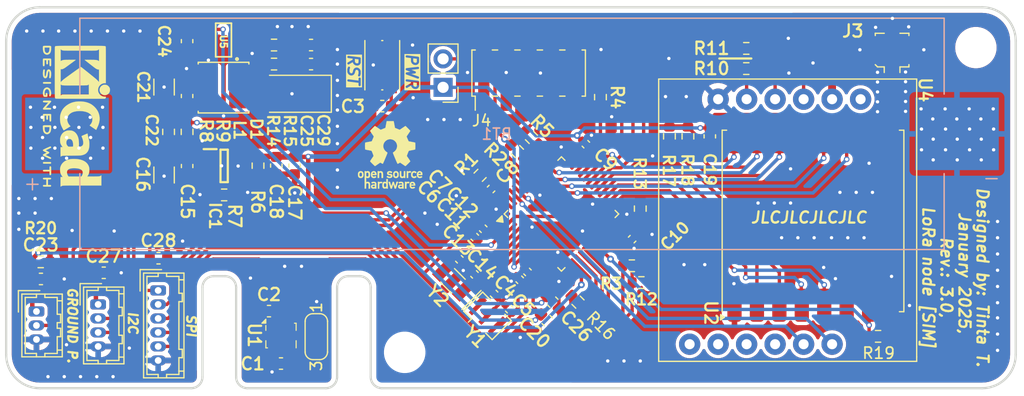
<source format=kicad_pcb>
(kicad_pcb (version 20240108) (generator "pcbnew") (generator_version "8.0")
  (title_block (title "Greenhouse LoRa Node (SIM)") (date "2025-01-25") (rev "3.0") (company "Tinta T."))
  (layers (0 "F.Cu" signal) (31 "B.Cu" signal) (34 "B.Paste" user) (35 "F.Paste" user) (36 "B.SilkS" user "B.Silkscreen") (37 "F.SilkS" user "F.Silkscreen") (38 "B.Mask" user) (39 "F.Mask" user) (44 "Edge.Cuts" user))
  (net 0 "")
  (net 1 "GND")
  (net 2 "/NRST")
  (net 3 "/HSE_IN")
  (net 4 "/HSE_OUT")
  (net 5 "+3.3V")
  (net 6 "Net-(JP1-C)")
  (net 7 "Net-(U3-BOOT0)")
  (net 9 "/SDA")
  (net 10 "/SCL")
  (net 13 "/BOOST_EN")
  (net 15 "/LSE_IN")
  (net 16 "/LSE_OUT")
  (net 17 "+Vbat")
  (net 18 "Net-(IC1-ADJ)")
  (net 19 "Net-(J3-In)")
  (net 20 "/SCK")
  (net 21 "/NSS")
  (net 22 "/DIO1")
  (net 23 "/RESET")
  (net 24 "/MOSI")
  (net 25 "/DIO0")
  (net 26 "/MISO")
  (net 27 "/AN_BAT")
  (net 28 "unconnected-(J4-Pin_8-Pad8)")
  (net 32 "/SIM_SLP")
  (net 33 "/SIM_RX")
  (net 34 "/SIM_RST")
  (net 35 "+4V")
  (net 37 "/SIM_ISR")
  (net 41 "/SIM_TX")
  (net 42 "Net-(U4-RXD)")
  (net 43 "Net-(U4-TXD)")
  (net 44 "/SCL_EX")
  (net 45 "/SDA_EX")
  (net 46 "/MOSI_EX")
  (net 47 "/SCK_EX")
  (net 48 "/CS_EX")
  (net 49 "/MISO_EX")
  (net 50 "/AN_E_HUM")
  (net 51 "Net-(J2-Pin_2)")
  (net 52 "Net-(J4-Pin_7)")
  (net 53 "Net-(J4-Pin_4)")
  (net 54 "Net-(J4-Pin_9)")
  (net 55 "/SWDIO")
  (net 56 "/SWDCLK")
  (net 57 "/DIO2")
  (net 58 "/DIO3")
  (net 59 "/DIO4")
  (net 60 "/DIO5")
  (net 61 "/EHUM_PWR")
  (net 62 "Net-(D1-A)")
  (net 63 "Net-(U5-FB)")
  (footprint "Resistor_SMD:R_0603_1608Metric" (layer "F.Cu") (at 171.67868 71.171319 180)
    (property "Reference" "R10")
    (property "Value" "0R")
  )
  (footprint "Capacitor_SMD:C_0402_1005Metric" (layer "F.Cu") (at 161.50368 86.396319 -135)
    (property "Reference" "C10")
    (property "Value" "100nF")
  )
  (footprint "Connector_Hirose:Hirose_DF13-04P-1.25DSA_1x04_P1.25mm_Vertical" (layer "F.Cu") (at 113.9 92.225 -90)
    (property "Reference" "J1" (hide yes))
    (property "Value" "Conn_01x04_Socket" (hide yes))
  )
  (footprint "Resistor_SMD:R_0603_1608Metric" (layer "F.Cu") (at 156.67868 92.021319 -45)
    (property "Reference" "R16")
    (property "Value" "10k")
  )
  (footprint "Connector_PinHeader_2.00mm:PinHeader_2x05_P2.00mm_Vertical_SMD" (layer "F.Cu") (at 152.27868 71.571319 90)
    (property "Reference" "J4")
    (property "Value" "2x5_2.00mm")
  )
  (footprint "Capacitor_SMD:C_0402_1005Metric" (layer "F.Cu") (at 147.449391 89.54203 135)
    (property "Reference" "C14")
    (property "Value" "22pF")
  )
  (footprint "MountingHole:MountingHole_3.2mm_M3" (layer "F.Cu") (at 141.22868 96.5)
    (property "Reference" "H1" (hide yes))
    (property "Value" "MountingHole" (hide yes))
  )
  (footprint "Capacitor_SMD:C_0603_1608Metric" (layer "F.Cu") (at 119.27868 88.1)
    (property "Reference" "C28")
    (property "Value" "1uF")
  )
  (footprint "Capacitor_SMD:C_1206_3216Metric" (layer "F.Cu") (at 119.77868 72.821319 90)
    (property "Reference" "C21")
    (property "Value" "4.7uF")
  )
  (footprint "Resistor_SMD:R_0603_1608Metric" (layer "F.Cu") (at 166.47868 77.221319 -90)
    (property "Reference" "R18")
    (property "Value" "10k")
  )
  (footprint "RF_Module:HOPERF_RFM9XW_SMD" (layer "F.Cu") (at 177.62868 84.771319 90)
    (property "Reference" "U2")
    (property "Value" "RFM95W-868S2")
  )
  (footprint "SIM800L-Core-Module-KiCad-Footprint-main:SIM800L-CORE" (layer "F.Cu") (at 181.87 73.905 -90)
    (property "Reference" "U4")
    (property "Value" "SIM800L-CORE")
  )
  (footprint "Resistor_SMD:R_0603_1608Metric" (layer "F.Cu") (at 129.57868 70.771319)
    (property "Reference" "R14")
    (property "Value" "20k")
  )
  (footprint "Capacitor_SMD:C_0603_1608Metric" (layer "F.Cu") (at 132.87868 69.071319 180)
    (property "Reference" "C25")
    (property "Value" "1uF")
  )
  (footprint "Capacitor_SMD:C_0603_1608Metric" (layer "F.Cu") (at 121.8325 79.87 -90)
    (property "Reference" "C15")
    (property "Value" "100nF")
  )
  (footprint "Capacitor_SMD:C_0603_1608Metric" (layer "F.Cu") (at 130.2 97.5)
    (property "Reference" "C1")
    (property "Value" "100nF")
  )
  (footprint "Resistor_SMD:R_0603_1608Metric" (layer "F.Cu") (at 161.47868 88.771319 180)
    (property "Reference" "R3")
    (property "Value" "4k7")
  )
  (footprint "Resistor_SMD:R_0603_1608Metric" (layer "F.Cu") (at 125.1325 82.45)
    (property "Reference" "R7")
    (property "Value" "12k")
  )
  (footprint "Connector_Hirose:Hirose_DF13-06P-1.25DSA_1x06_P1.25mm_Vertical" (layer "F.Cu") (at 119.25 90.975 -90)
    (property "Reference" "J6" (hide yes))
    (property "Value" "Conn_01x06_Socket" (hide yes))
  )
  (footprint "Capacitor_SMD:C_0603_1608Metric" (layer "F.Cu") (at 131.4125 79.83 -90)
    (property "Reference" "C17")
    (property "Value" "1uF")
  )
  (footprint "Inductor_SMD:L_Cenker_CKCS4020" (layer "F.Cu") (at 125.07868 72.871319)
    (property "Reference" "L1")
    (property "Value" "4.7uH")
  )
  (footprint "SX1308:SOT-23-6" (layer "F.Cu") (at 125.07868 68.621319 180)
    (property "Reference" "U5")
    (property "Value" "SX1308")
  )
  (footprint "Capacitor_SMD:C_0402_1005Metric" (layer "F.Cu") (at 148.22868 85.471319 135)
    (property "Reference" "C7")
    (property "Value" "100nF")
  )
  (footprint "Crystal:Crystal_SMD_3215-2Pin_3.2x1.5mm" (layer "F.Cu") (at 145.52868 90.121319 135)
    (property "Reference" "Y2")
    (property "Value" "32.768kHz")
  )
  (footprint "Capacitor_SMD:C_0603_1608Metric" (layer "F.Cu") (at 121.82868 73.621319 90)
    (property "Reference" "C22")
    (property "Value" "100nF")
  )
  (footprint "Capacitor_SMD:C_0402_1005Metric" (layer "F.Cu") (at 150.549391 92.64203 135)
    (property "Reference" "C5")
    (property "Value" "22pF")
  )
  (footprint "Capacitor_SMD:C_0603_1608Metric" (layer "F.Cu") (at 139.22868 74.521319 180)
    (property "Reference" "C3")
    (property "Value" "0.1uF")
  )
  (footprint "Package_LGA:Bosch_LGA-8_2x2.5mm_P0.65mm_ClockwisePinNumbering" (layer "F.Cu") (at 130.2 95)
    (property "Reference" "U1")
    (property "Value" "BME280")
  )
  (footprint "Resistor_SMD:R_0603_1608Metric" (layer "F.Cu") (at 121.82868 76.821319 90)
    (property "Reference" "R9")
    (property "Value" "500k")
  )
  (footprint "Connector_Coaxial:U.FL_Molex_MCRF_73412-0110_Vertical" (layer "F.Cu") (at 184.67868 69.521319)
    (property "Reference" "J3")
    (property "Value" "UF.L")
  )
  (footprint "Resistor_SMD:R_0603_1608Metric" (layer "F.Cu") (at 183.42868 95.071319 180)
    (property "Reference" "R19")
    (property "Value" "10k")
  )
  (footprint "Capacitor_SMD:C_0603_1608Metric" (layer "F.Cu") (at 168.42868 77.221319 -90)
    (property "Reference" "C19")
    (property "Value" "1uF")
  )
  (footprint "Resistor_SMD:R_0603_1608Metric" (layer "F.Cu") (at 120.17868 76.821319 -90)
    (property "Reference" "R8")
    (property "Value" "500k")
  )
  (footprint "Symbol:OSHW-Logo_5.7x6mm_SilkScreen" (layer "F.Cu") (at 139.92868 78.871319)
    (property "Reference" "REF**" (hide yes))
    (property "Value" "OSHW-Logo_5.7x6mm_SilkScreen" (hide yes))
  )
  (footprint "Connector_Hirose:Hirose_DF13-03P-1.25DSA_1x03_P1.25mm_Vertical" (layer "F.Cu") (at 108.4 92.85 -90)
    (property "Reference" "J7" (hide yes))
    (property "Value" "Conn_01x03_Socket" (hide yes))
  )
  (footprint "Crystal:Resonator_SMD_Murata_CSTxExxV-3Pin_3.0x1.1mm" (layer "F.Cu") (at 148.599391 93.24203 -45)
    (property "Reference" "Y1")
    (property "Value" "12MHz")
  )
  (footprint "Symbol:KiCad-Logo2_5mm_SilkScreen" (layer "F.Cu") (at 111.97868 75.421319 -90)
    (property "Reference" "REF**" (hide yes))
    (property "Value" "KiCad-Logo2_5mm_SilkScreen" (hide yes))
  )
  (footprint "Capacitor_SMD:C_1206_3216Metric" (layer "F.Cu") (at 119.77868 80.671319 -90)
    (property "Reference" "C16")
    (property "Value" "4.7uF")
  )
  (footprint "Capacitor_SMD:C_0603_1608Metric" (layer "F.Cu") (at 129.12868 92.821319 180)
    (property "Reference" "C2")
    (property "Value" "100nF")
  )
  (footprint "Package_QFP:LQFP-48_7x7mm_P0.5mm" (layer "F.Cu") (at 155.2 84.15 45)
    (property "Reference" "U3" (hide yes))
    (property "Value" "STM32F103C8Tx")
  )
  (footprint "Resistor_SMD:R_0603_1608Metric" (layer "F.Cu") (at 164.82868 77.221319 -90)
    (property "Reference" "R17")
    (property "Value" "10k")
  )
  (footprint "Capacitor_SMD:C_0402_1005Metric" (layer "F.Cu") (at 148.92868 81.921319 45)
    (property "Reference" "C8")
    (property "Value" "100nF")
  )
  (footprint "Capacitor_SMD:C_0603_1608Metric" (layer "F.Cu") (at 129.7825 79.83 -90)
    (property "Reference" "C18")
    (property "Value" "10nF")
  )
  (footprint "SPX5205M5-L-3-3_TR:SOT95P280X145-5N" (layer "F.Cu") (at 125.1325 79.86)
    (property "Reference" "IC1")
    (property "Value" "SPX5205M5-L/TR" (hide yes))
  )
  (footprint "Connector_PinHeader_2.54mm:PinHeader_1x02_P2.54mm_Vertical" (layer "F.Cu") (at 144.65 72.846319 180)
    (property "Reference" "J2" (hide yes))
    (property "Value" "Conn_01x02_Pin")
  )
  (footprint "Resistor_SMD:R_0603_1608Metric" (layer "F.Cu") (at 158.67868 73.721319 -90)
    (property "Reference" "R4")
    (property "Value" "100")
  )
  (footprint "Capacitor_SMD:C_0402_1005Metric" (layer "F.Cu") (at 146.099391 88.19203 -45)
    (property "Reference" "C13")
    (property "Value" "22pF")
  )
  (footprint "Resistor_SMD:R_0603_1608Metric" (layer "F.Cu") (at 162.32868 90.271319 180)
    (property "Reference" "R12")
    (property "Value" "4k7")
  )
  (footprint "Resistor_SMD:R_0603_1608Metric" (layer "F.Cu") (at 128.1525 79.84 90)
    (property "Reference" "R6")
    (property "Value" "20k")
  )
  (footprint "MountingHole:MountingHole_3.2mm_M3" (layer "F.Cu") (at 192.15 69.3)
    (property "Reference" "H2" (hide yes))
    (property "Value" "MountingHole" (hide yes))
  )
  (footprint "Capacitor_SMD:C_0603_1608Metric" (layer "F.Cu") (at 132.87868 70.771319 180)
    (property "Reference" "C29")
    (property "Value" "10nF")
  )
  (footprint "Button_Switch_SMD:SW_Push_1P1T_NO_CK_KMR2" (layer "F.Cu") (at 139.22868 70.871319 90)
    (property "Reference" "SW1" (hide yes))
    (property "Value" "SW_SPST")
  )
  (footprint "Diode_SMD:D_SMA" (layer "F.Cu") (at 131.17868 73.421319 180)
    (property "Reference" "D1")
    (property "Value" "SS24")
  )
  (footprint "Jumper:SolderJumper-3_P1.3mm_Open_RoundedPad1.0x1.5mm_NumberLabels" (layer "F.Cu") (at 133.35 95.1 -90)
    (property "Reference" "JP1" (hide yes))
    (property "Value" "I2C address")
  )
  (footprint "Capacitor_SMD:C_0603_1608Metric" (layer "F.Cu") (at 154.42868 92.021319 -45)
    (property "Reference" "C26")
    (property "Value" "10nF")
  )
  (footprint "Resistor_SMD:R_0603_1608Metric" (layer "F.Cu") (at 152.52868 77.321319 -45)
    (property "Reference" "R5")
    (property "Value" "100")
  )
  (footprint "Capacitor_SMD:C_0603_1608Metric" (layer "F.Cu") (at 108.8 89.95)
    (property "Reference" "C23")
    (property "Value" "1uF")
  )
  (footprint "Capacitor_SMD:C_0603_1608Metric" (layer "F.Cu") (at 114.4 89.4)
    (property "Reference" "C27")
    (property "Value" "1uF")
  )
  (footprint "Resistor_SMD:R_0603_1608Metric" (layer "F.Cu") (at 162.22868 83.671319 90)
    (property "Reference" "R13")
    (property "Value" "10k")
  )
  (footprint "Capacitor_SMD:C_0402_1005Metric" (layer "F.Cu") (at 151.47868 90.021319 135)
    (property "Reference" "C11")
    (property "Value" "1uF")
  )
  (footprint "Resistor_SMD:R_0603_1608Metric" (layer "F.Cu") (at 147.95 80.7 45)
    (property "Reference" "R1")
    (property "Value" "10k")
  )
  (footprint "Capacitor_SMD:C_0603_1608Metric" (layer "F.Cu") (at 153.92868 93.671319 -45)
    (property "Reference" "C20")
    (property "Value" "10nF")
  )
  (footprint "Resistor_SMD:R_0603_1608Metric" (layer "F.Cu") (at 108.77868 88.421319)
    (property "Reference" "R20")
    (property "Value" "10k")
  )
  (footprint "Capacitor_SMD:C_0402_1005Metric" (layer "F.Cu") (at 147.47868 86.221319 135)
    (property "Reference" "C6")
    (property "Value" "4.7uF")
  )
  (footprint "Resistor_SMD:R_0603_1608Metric" (layer "F.Cu") (at 151.27868 78.571319 135)
    (property "Reference" "R2")
    (property "Value" "100")
  )
  (footprint "Capacitor_SMD:C_0402_1005Metric" (layer "F.Cu") (at 152.175 89.325 135)
    (property "Reference" "C12")
    (property "Value" "10nF")
  )
  (footprint "Resistor_SMD:R_0603_1608Metric" (layer "F.Cu") (at 171.67868 69.371319)
    (property "Reference" "R11")
    (property "Value" "0R")
  )
  (footprint "Capacitor_SMD:C_0402_1005Metric" (layer "F.Cu") (at 149.199391 91.29203 -45)
    (property "Reference" "C4")
    (property "Value" "22pF")
  )
  (footprint "Resistor_SMD:R_0603_1608Metric" (layer "F.Cu") (at 129.57868 69.071319 180)
    (property "Reference" "R15")
    (property "Value" "3k2")
  )
  (footprint "Capacitor_SMD:C_0603_1608Metric" (layer "F.Cu") (at 121.82868 68.721319 -90)
    (property "Reference" "C24")
    (property "Value" "10nF")
  )
  (footprint "Capacitor_SMD:C_0402_1005Metric" (layer "F.Cu") (at 157.37868 77.921319 -45)
    (property "Reference" "C9")
    (property "Value" "100nF")
  )
  (footprint "18650:18650 Battery holder" (layer "B.Cu") (at 150.792888 77 180)
    (property "Reference" "BT1")
    (property "Value" "18650 Battery holder" (hide yes))
  )
  (gr_line (start 169.27868 70.271319) (end 172.12868 70.271319) (stroke (width 0.2)) (layer "F.SilkS"))
  (gr_arc (start 195.7 96.699999) (mid 194.82132 98.821319) (end 192.7 99.699999) (stroke (width 0.2)) (layer "Edge.Cuts"))
  (gr_arc (start 108.7 99.699999) (mid 106.57868 98.821319) (end 105.7 96.699999) (stroke (width 0.2)) (layer "Edge.Cuts"))
  (gr_line (start 136.2 89.699999) (end 137.2 89.699999) (stroke (width 0.2)) (layer "Edge.Cuts"))
  (gr_line (start 135.2 98.699999) (end 135.2 90.699999) (stroke (width 0.2)) (layer "Edge.Cuts"))
  (gr_arc (start 137.2 89.699999) (mid 137.907107 89.992892) (end 138.2 90.699999) (stroke (width 0.2)) (layer "Edge.Cuts"))
  (gr_line (start 108.7 99.699999) (end 122.2 99.699999) (stroke (width 0.2)) (layer "Edge.Cuts"))
  (gr_line (start 138.2 90.699999) (end 138.2 98.699999) (stroke (width 0.2)) (layer "Edge.Cuts"))
  (gr_arc (start 192.699999 65.699999) (mid 194.82132 66.578679) (end 195.7 68.7) (stroke (width 0.2)) (layer "Edge.Cuts"))
  (gr_line (start 105.7 68.7) (end 105.7 96.699999) (stroke (width 0.2)) (layer "Edge.Cuts"))
  (gr_line (start 126.2 90.699999) (end 126.2 98.699999) (stroke (width 0.2)) (layer "Edge.Cuts"))
  (gr_arc (start 139.2 99.699999) (mid 138.492893 99.407106) (end 138.2 98.699999) (stroke (width 0.2)) (layer "Edge.Cuts"))
  (gr_line (start 124.2 89.699999) (end 125.2 89.699999) (stroke (width 0.2)) (layer "Edge.Cuts"))
  (gr_line (start 139.2 99.699999) (end 192.7 99.699999) (stroke (width 0.2)) (layer "Edge.Cuts"))
  (gr_arc (start 125.2 89.699999) (mid 125.907107 89.992892) (end 126.2 90.699999) (stroke (width 0.2)) (layer "Edge.Cuts"))
  (gr_line (start 123.2 98.699999) (end 123.2 90.699999) (stroke (width 0.2)) (layer "Edge.Cuts"))
  (gr_arc (start 135.2 98.699999) (mid 134.907107 99.407106) (end 134.2 99.699999) (stroke (width 0.2)) (layer "Edge.Cuts"))
  (gr_line (start 195.7 96.699999) (end 195.7 68.7) (stroke (width 0.2)) (layer "Edge.Cuts"))
  (gr_arc (start 123.2 90.699999) (mid 123.492893 89.992892) (end 124.2 89.699999) (stroke (width 0.2)) (layer "Edge.Cuts"))
  (gr_line (start 192.699999 65.699999) (end 108.700001 65.699999) (stroke (width 0.2)) (layer "Edge.Cuts"))
  (gr_arc (start 105.7 68.7) (mid 106.57868 66.578679) (end 108.700001 65.699999) (stroke (width 0.2)) (layer "Edge.Cuts"))
  (gr_arc (start 135.2 90.699999) (mid 135.492893 89.992892) (end 136.2 89.699999) (stroke (width 0.2)) (layer "Edge.Cuts"))
  (gr_arc (start 127.2 99.699999) (mid 126.492893 99.407106) (end 126.2 98.699999) (stroke (width 0.2)) (layer "Edge.Cuts"))
  (gr_arc (start 123.2 98.699999) (mid 122.907107 99.407106) (end 122.2 99.699999) (stroke (width 0.2)) (layer "Edge.Cuts"))
  (gr_line (start 127.2 99.699999) (end 134.2 99.699999) (stroke (width 0.2)) (layer "Edge.Cuts"))
  (gr_text "                 " (at 174.12868 99.221319 0) (layer "B.Cu" knockout) (effects (font (size 1.5 1.5) (thickness 0.3) (bold yes)) (justify left bottom mirror)))
  (gr_text "I2C" (at 116.52868 92.771319 270) (layer "F.SilkS") (effects (font (size 0.8 0.8) (thickness 0.2) (bold yes) (italic yes)) (justify left bottom)))
  (gr_text "GROUND P." (at 111.12868 90.621319 270) (layer "F.SilkS") (effects (font (size 0.8 0.8) (thickness 0.2) (bold yes) (italic yes)) (justify left bottom)))
  (gr_text "SPI" (at 121.72868 93.021319 270) (layer "F.SilkS") (effects (font (size 0.8 0.8) (thickness 0.2) (bold yes) (italic yes)) (justify left bottom)))
  (gr_text "PWR" (at 141.27868 69.721319 270) (layer "F.SilkS" knockout) (effects (font (size 1 1) (thickness 0.2) (bold yes) (italic yes)) (justify left bottom)))
  (gr_text "RST" (at 136.07868 69.771319 270) (layer "F.SilkS" knockout) (effects (font (size 1 1) (thickness 0.2) (bold yes) (italic yes)) (justify left bottom)))
  (gr_text "JLCJLCJLCJLC" (at 172 85.05 0) (layer "F.SilkS") (effects (font (size 1 1) (thickness 0.2) (bold yes) (italic yes)) (justify left bottom)))
  (gr_text "Designed by: Tinta T.\nJanuary 2025, \nRev.: 3.0,\nLoRa node [SIM]\n" (at 187.32868 89.821319 270) (layer "F.SilkS") (effects (font (size 1 1) (thickness 0.2) (bold yes) (italic yes)) (justify bottom)))
  (segment (start 129.425 97.5) (end 129.875 97.05) (width 0.3) (layer "F.Cu") (net 1))
  (segment (start 130.40368 69.071319) (end 130.40368 69.121319) (width 0.4) (layer "F.Cu") (net 1))
  (segment (start 160.99271 86.76073) (end 161.189269 86.76073) (width 0.3) (layer "F.Cu") (net 1))
  (segment (start 151.87868 88.996319) (end 151.87868 88.53198) (width 0.3) (layer "F.Cu") (net 1))
  (segment (start 157.87868 78.150141) (end 157.87868 77.121319) (width 0.3) (layer "F.Cu") (net 1))
  (segment (start 184.25368 95.071319) (end 184.32868 94.996319) (width 0.4) (layer "F.Cu") (net 1))
  (segment (start 147.366637 81.283363) (end 147.404593 81.321319) (width 0.3) (layer "F.Cu") (net 1))
  (segment (start 121.754999 80.645) (end 121.8325 80.645) (width 0.4) (layer "F.Cu") (net 1))
  (segment (start 149.538802 91.631441) (end 149.924391 92.01703) (width 0.3) (layer "F.Cu") (net 1))
  (segment (start 154.976688 93.719327) (end 154.976688 92.569327) (width 0.3) (layer "F.Cu") (net 1))
  (segment (start 156.552342 79.615678) (end 157.718091 78.449929) (width 0.3) (layer "F.Cu") (net 1))
  (segment (start 154.476688 94.219327) (end 154.976688 93.719327) (width 0.3) (layer "F.Cu") (net 1))
  (segment (start 146.774391 88.86703) (end 147.10998 89.202619) (width 0.3) (layer "F.Cu") (net 1))
  (segment (start 184.32868 94.996319) (end 184.32868 92.746319) (width 0.4) (layer "F.Cu") (net 1))
  (segment (start 149.839339 81.971319) (end 150.665678 82.797658) (width 0.3) (layer "F.Cu") (net 1))
  (segment (start 159.139916 84.907934) (end 158.642065 84.907934) (width 0.3) (layer "F.Cu") (net 1))
  (segment (start 146.438802 88.531441) (end 146.774391 88.86703) (width 0.3) (layer "F.Cu") (net 1))
  (segment (start 129.425 98.225) (end 129.4 98.25) (width 0.3) (layer "F.Cu") (net 1))
  (segment (start 129.425 97.5) (end 129.425 98.225) (width 0.3) (layer "F.Cu") (net 1))
  (segment (start 150.30147 91.548529) (end 150.292892 91.548529) (width 0.3) (layer "F.Cu") (net 1))
  (segment (start 161.218091 86.76073) (end 161.67868 87.221319) (width 0.3) (layer "F.Cu") (net 1))
  (segment (start 168.07868 77.996319) (end 168.42868 77.996319) (width 0.3) (layer "F.Cu") (net 1))
  (segment (start 150.292892 91.548529) (end 149.924391 91.91703) (width 0.3) (layer "F.Cu") (net 1))
  (segment (start 184.25368 92.671319) (end 184.62868 92.296319) (width 0.3) (layer "F.Cu") (net 1))
  (segment (start 157.768091 78.26073) (end 157.87868 78.150141) (width 0.3) (layer "F.Cu") (net 1))
  (segment (start 150.724999 90.15) (end 151.87868 88.996319) (width 0.3) (layer "F.Cu") (net 1))
  (segment (start 121.77868 71.171319) (end 120.62868 70.021319) (width 0.3) (layer "F.Cu") (net 1))
  (segment (start 146.449391 89.19203) (end 146.774391 88.86703) (width 0.3) (layer "F.Cu") (net 1))
  (segment (start 147.366637 81.283363) (end 147.333363 81.283363) (width 0.3) (layer "F.Cu") (net 1))
  (segment (start 147.404593 81.321319) (end 148.957503 81.321319) (width 0.3) (layer "F.Cu") (net 1))
  (segment (start 161.189269 86.76073) (end 161.218091 86.76073) (width 0.3) (layer "F.Cu") (net 1))
  (segment (start 148.957503 81.321319) (end 149.218092 81.581908) (width 0.3) (layer "F.Cu") (net 1))
  (segment (start 146.449391 89.200608) (end 145.47868 90.171319) (width 0.3) (layer "F.Cu") (net 1))
  (segment (start 152.786998 87.623662) (end 153.739339 86.671319) (width 0.3) (layer "F.Cu") (net 1))
  (segment (start 124.89 79.86) (end 124.9 79.85) (width 0.4) (layer "F.Cu") (net 1))
  (segment (start 129.875 97.05) (end 129.875 95.8) (width 0.3) (layer "F.Cu") (net 1))
  (segment (start 157.718091 78.26073) (end 157.768091 78.26073) (width 0.3) (layer "F.Cu") (net 1))
  (segment (start 146.449391 89.19203) (end 146.449391 89.200608) (width 0.3) (layer "F.Cu") (net 1))
  (segment (start 166.47868 76.396319) (end 168.07868 77.996319) (width 0.3) (layer "F.Cu") (net 1))
  (segment (start 184.32868 92.746319) (end 184.25368 92.671319) (width 0.4) (layer "F.Cu") (net 1))
  (segment (start 123.8825 79.86) (end 124.89 79.86) (width 0.4) (layer "F.Cu") (net 1))
  (segment (start 149.67868 81.971319) (end 149.839339 81.971319) (width 0.3) (layer "F.Cu") (net 1))
  (segment (start 159.734322 85.502342) (end 160.99271 86.76073) (width 0.3) (layer "F.Cu") (net 1))
  (segment (start 149.218092 81.581908) (end 149.289269 81.581908) (width 0.3) (layer "F.Cu") (net 1))
  (segment (start 158.642065 84.907934) (end 158.47868 85.071319) (width 0.3) (layer "F.Cu") (net 1))
  (segment (start 156.27868 69.486319) (end 156.27868 70.271319) (width 0.3) (layer "F.Cu") (net 1))
  (segment (start 129.7825 80.605) (end 131.4125 80.605) (width 0.4) (layer "F.Cu") (net 1))
  (segment (start 115.957361 89.4) (end 115.175 89.4) (width 0.3) (layer "F.Cu") (net 1))
  (segment (start 149.289269 81.581908) (end 149.67868 81.971319) (width 0.3) (layer "F.Cu") (net 1))
  (segment (start 149.824391 92.01703) (end 148.599391 93.24203) (width 0.3) (layer "F.Cu") (net 1))
  (segment (start 159.734322 85.502342) (end 159.139916 84.907934) (width 0.3) (layer "F.Cu") (net 1))
  (segment (start 120.25368 88.096319) (end 120.25368 88.1) (width 0.3) (layer "F.Cu") (net 1))
  (segment (start 157.718091 78.449929) (end 157.718091 78.26073) (width 0.3) (layer "F.Cu") (net 1))
  (segment (start 154.976688 90.173311) (end 154.976688 92.569327) (width 0.3) (layer "F.Cu") (net 1))
  (segment (start 149.924391 92.01703) (end 150.20998 92.302619) (width 0.3) (layer "F.Cu") (net 1))
  (segment (start 151.87868 88.53198) (end 152.786998 87.623662) (width 0.3) (layer "F.Cu") (net 1))
  (via (at 151.52868 95.171319) (size 0.5) (drill 0.3) (layers "F.Cu" "B.Cu") (net 1))
  (via (at 161.02868 84.171319) (size 0.5) (drill 0.3) (layers "F.Cu" "B.Cu") (net 1))
  (via (at 183.37868 72.371319) (size 0.5) (drill 0.3) (layers "F.Cu" "B.Cu") (net 1))
  (via (at 135.22868 74.871319) (size 0.5) (drill 0.3) (layers "F.Cu" "B.Cu") (net 1))
  (via (at 194.07868 90.621319) (size 0.5) (drill 0.3) (layers "F.Cu" "B.Cu") (net 1))
  (via (at 179.27868 86.271319) (size 0.5) (drill 0.3) (layers "F.Cu" "B.Cu") (net 1))
  (via (at 164.77868 70.271319) (size 0.6) (drill 0.3) (layers "F.Cu" "B.Cu") (net 1))
  (via (at 183.37868 75.021319) (size 0.5) (drill 0.3) (layers "F.Cu" "B.Cu") (net 1))
  (via (at 152.57868 85.321319) (size 0.5) (drill 0.3) (layers "F.Cu" "B.Cu") (net 1))
  (via (at 141.92868 69.071319) (size 0.6) (drill 0.3) (layers "F.Cu" "B.Cu") (net 1))
  (via (at 163.32868 78.971319) (size 0.5) (drill 0.3) (layers "F.Cu" "B.Cu") (net 1))
  (via (at 127.47868 89.871319) (size 0.5) (drill 0.3) (layers "F.Cu" "B.Cu") (net 1))
  (via (at 146.17868 75.721319) (size 0.5) (drill 0.3) (layers "F.Cu" "B.Cu") (net 1))
  (via (at 115.22868 98.671319) (size 0.5) (drill 0.3) (layers "F.Cu" "B.Cu") (net 1))
  (via (at 109.72868 82.771319) (size 0.5) (drill 0.3) (layers "F.Cu" "B.Cu") (net 1))
  (via (at 157.07868 85.671319) (size 0.5) (drill 0.3) (layers "F.Cu" "B.Cu") (net 1))
  (via (at 180.72868 86.271319) (size 0.5) (drill 0.3) (layers "F.Cu" "B.Cu") (net 1))
  (via (at 185.87868 74.109304) (size 0.5) (drill 0.3) (layers "F.Cu" "B.Cu") (net 1))
  (via (at 129.87868 67.421319) (size 0.5) (drill 0.3) (layers "F.Cu" "B.Cu") (net 1))
  (via (at 115.957361 89.4) (size 0.5) (drill 0.3) (layers "F.Cu" "B.Cu") (net 1))
  (via (at 172.72868 83.171319) (size 0.5) (drill 0.3) (layers "F.Cu" "B.Cu") (net 1))
  (via (at 192.62868 79.321319) (size 0.5) (drill 0.3) (layers "F.Cu" "B.Cu") (net 1))
  (via (at 153.27868 82.471319) (size 0.5) (drill 0.3) (layers "F.Cu" "B.Cu") (net 1))
  (via (at 189.407108 74.771319) (size 0.5) (drill 0.3) (layers "F.Cu" "B.Cu") (net 1))
  (via (at 126.37868 79.871319) (size 0.5) (drill 0.3) (layers "F.Cu" "B.Cu") (net 1))
  (via (at 182.17868 86.271319) (size 0.5) (drill 0.3) (layers "F.Cu" "B.Cu") (net 1))
  (via (at 189.442892 76.571319) (size 0.5) (drill 0.3) (layers "F.Cu" "B.Cu") (net 1))
  (via (at 190.450004 75.671319) (size 0.5) (drill 0.3) (layers "F.Cu" "B.Cu") (net 1))
  (via (at 130.52868 88.821319) (size 0.5) (drill 0.3) (layers "F.Cu" "B.Cu") (net 1))
  (via (at 162.22868 97.271319) (size 0.5) (drill 0.3) (layers "F.Cu" "B.Cu") (net 1))
  (via (at 175.62868 83.171319) (size 0.5) (drill 0.3) (layers "F.Cu" "B.Cu") (net 1))
  (via (at 194.07868 93.421319) (size 0.5) (drill 0.3) (layers "F.Cu" "B.Cu") (net 1))
  (via (at 159.67868 75.471319) (size 0.6) (drill 0.3) (layers "F.Cu" "B.Cu") (net 1))
  (via (at 125.07868 75.396319) (size 0.5) (drill 0.3) (layers "F.Cu" "B.Cu") (net 1))
  (via (at 157.87868 77.121319) (size 0.6) (drill 0.3) (layers "F.Cu" "B.Cu") (net 1))
  (via (at 106.82868 82.771319) (size 0.5) (drill 0.3) (layers "F.Cu" "B.Cu") (net 1))
  (via (at 108.27868 84.071319) (size 0.5) (drill 0.3) (layers "F.Cu" "B.Cu") (net 1))
  (via (at 183.37868 74.137985) (size 0.5) (drill 0.3) (layers "F.Cu" "B.Cu") (net 1))
  (via (at 131.17868 73.421319) (size 0.5) (drill 0.3) (layers "F.Cu" "B.Cu") (net 1))
  (via (at 182.92868 82.221319) (size 0.5) (drill 0.3) (layers "F.Cu" "B.Cu") (net 1))
  (via (at 114.72868 67.821319) (size 0.5) (drill 0.3) (layers "F.Cu" "B.Cu") (net 1))
  (via (at 112.32868 98.671319) (size 0.5) (drill 0.3) (layers "F.Cu" "B.Cu") (net 1))
  (via (at 170.57868 90.371319) (size 0.5) (drill 0.3) (layers "F.Cu" "B.Cu") (net 1))
  (via (at 121.77868 71.171319) (size 0.5) (drill 0.3) (layers "F.Cu" "B.Cu") (net 1))
  (via (at 177.72868 86.271319) (size 0.5) (drill 0.3) (layers "F.Cu" "B.Cu") (net 1))
  (via (at 110.87868 89.95) (size 0.5) (drill 0.3) (layers "F.Cu" "B.Cu") (net 1))
  (via (at 187.3 76.571319) (size 0.5) (drill 0.3) (layers "F.Cu" "B.Cu") (net 1))
  (via (at 174.82868 86.271319) (size 0.5) (drill 0.3) (layers "F.Cu" "B.Cu") (net 1))
  (via (at 127.62868 69.821319) (size 0.5) (drill 0.3) (layers "F.Cu" "B.Cu") (net 1))
  (via (at 135.22868 77.871319) (size 0.5) (drill 0.3) (layers "F.Cu" "B.Cu") (net 1))
  (via (at 157.97868 83.271319) (size 0.5) (drill 0.3) (layers "F.Cu" "B.Cu") (net 1))
  (via (at 175.47868 71.571319) (size 0.6) (drill 0.3) (layers "F.Cu" "B.Cu") (net 1))
  (via (at 110.37868 67.821319) (size 0.5) (drill 0.3) (layers "F.Cu" "B.Cu") (net 1))
  (via (at 122.97868 82.421319) (size 0.5) (drill 0.3) (layers "F.Cu" "B.Cu") (net 1))
  (via (at 135.22868 80.221319) (size 0.5) (drill 0.3) (layers "F.Cu" "B.Cu") (net 1))
  (via (at 141.97868 73.771319) (size 0.6) (drill 0.3) (layers "F.Cu" "B.Cu") (net 1))
  (via (at 185.87868 71.475971) (size 0.5) (drill 0.3) (layers "F.Cu" "B.Cu") (net 1))
  (via (at 164.47868 73.671319) (size 0.6) (drill 0.3) (layers "F.Cu" "B.Cu") (net 1))
  (via (at 191.585784 76.571319) (size 0.5) (drill 0.3) (layers "F.Cu" "B.Cu") (net 1))
  (via (at 183.20736 67.492638) (size 0.5) (drill 0.3) (layers "F.Cu" "B.Cu") (net 1))
  (via (at 193.692896 74.771319) (size 0.5) (drill 0.3) (layers "F.Cu" "B.Cu") (net 1))
  (via (at 161.67868 87.221319) (size 0.5) (drill 0.3) (layers "F.Cu" "B.Cu") (net 1))
  (via (at 131.42868 82.271319) (size 0.5) (drill 0.3) (layers "F.Cu" "B.Cu") (net 1))
  (via (at 111.57868 85.621319) (size 0.5) (drill 0.3) (layers "F.Cu" "B.Cu") (net 1))
  (via (at 194.07868 86.271319) (size 0.5) (drill 0.3) (layers "F.Cu" "B.Cu") (net 1))
  (via (at 146.32868 80.271319) (size 0.5) (drill 0.3) (layers "F.Cu" "B.Cu") (net 1))
  (via (at 150.27868 71.521319) (size 0.6) (drill 0.3) (layers "F.Cu" "B.Cu") (net 1))
  (via (at 183.37868 71.504652) (size 0.5) (drill 0.3) (layers "F.Cu" "B.Cu") (net 1))
  (via (at 192.592896 75.671319) (size 0.5) (drill 0.3) (layers "F.Cu" "B.Cu") (net 1))
  (via (at 119.77868 72.821319) (size 0.5) (drill 0.3) (layers "F.Cu" "B.Cu") (net 1))
  (via (at 159.32868 97.271319) (size 0.5) (drill 0.3) (layers "F.Cu" "B.Cu") (net 1))
  (via (at 121.42868 86.571319) (size 0.5) (drill 0.3) (layers "F.Cu" "B.Cu") (net 1))
  (via (at 109.42868 98.671319) (size 0.5) (drill 0.3) (layers "F.Cu" "B.Cu") (net 1))
  (via (at 167.97868 88.671319) (size 0.5) (drill 0.3) (layers "F.Cu" "B.Cu") (net 1))
  (via (at 191.55 74.771319) (size 0.5) (drill 0.3) (layers "F.Cu" "B.Cu") (net 1))
  (via (at 124.9 79.85) (size 0.5) (drill 0.3) (layers "F.Cu" "B.Cu") (net 1))
  (via (at 184.70736 66.692638) (size 0.5) (drill 0.3) (layers "F.Cu" "B.Cu") (net 1))
  (via (at 191.585784 78.421319) (size 0.5) (drill 0.3) (layers "F.Cu" "B.Cu") (net 1))
  (via (at 132.62868 67.421319) (size 0.5) (drill 0.3) (layers "F.Cu" "B.Cu") (net 1))
  (via (at 153.32868 71.571319) (size 0.6) (drill 0.3) (layers "F.Cu" "B.Cu") (net 1))
  (via (at 116.17868 67.821319) (size 0.5) (drill 0.3) (layers "F.Cu" "B.Cu") (net 1))
  (via (at 144.12868 85.071319) (size 0.5) (drill 0.3) (layers "F.Cu" "B.Cu") (net 1))
  (via (at 177.62868 70.671319) (size 0.6) (drill 0.3) (layers "F.Cu" "B.Cu") (net 1))
  (via (at 160.77868 97.271319) (size 0.5) (drill 0.3) (layers "F.Cu" "B.Cu") (net 1))
  (via (at 185.87868 72.342638) (size 0.5) (drill 0.3) (layers "F.Cu" "B.Cu") (net 1))
  (via (at 190.485788 77.471319) (size 0.5) (drill 0.3) (layers "F.Cu" "B.Cu") (net 1))
  (via (at 186.22868 92.321319) (size 0.5) (drill 0.3) (layers "F.Cu" "B.Cu") (net 1))
  (via (at 115.32868 85.671319) (size 0.5) (drill 0.3) (layers "F.Cu" "B.Cu") (net 1))
  (via (at 150.30147 91.548529) (size 0.5) (drill 0.3) (layers "F.Cu" "B.Cu") (net 1))
  (via (at 188.342896 79.321319) (size 0.5) (drill 0.3) (layers "F.Cu" "B.Cu") (net 1))
  (via (at 187.3 78.421319) (size 0.5) (drill 0.3) (layers "F.Cu" "B.Cu") (net 1))
  (via (at 113.77868 98.671319) (size 0.5) (drill 0.3) (layers "F.Cu" "B.Cu") (net 1))
  (via (at 194.07868 89.171319) (size 0.5) (drill 0.3) (layers "F.Cu" "B.Cu") (net 1))
  (via (at 143.27868 75.721319) (size 0.5) (drill 0.3) (layers "F.Cu" "B.Cu") (net 1))
  (via (at 174.17868 83.171319) (size 0.5) (drill 0.3) (layers "F.Cu" "B.Cu") (net 1))
  (via (at 181.80736 69.492638) (size 0.5) (drill 0.3) (layers "F.Cu" "B.Cu") (net 1))
  (via (at 192.62868 77.471319) (size 0.5) (drill 0.3) (layers "F.Cu" "B.Cu") (net 1))
  (via (at 117.62868 67.821319) (size 0.5) (drill 0.3) (layers "F.Cu" "B.Cu") (net 1))
  (via (at 187.50736 69.492638) (size 0.5) (drill 0.3) (layers "F.Cu" "B.Cu") (net 1))
  (via (at 123.17868 77.621319) (size 0.5) (drill 0.3) (layers "F.Cu" "B.Cu") (net 1))
  (via (at 194.07868 92.071319) (size 0.5) (drill 0.3) (layers "F.Cu" "B.Cu") (net 1))
  (via (at 150.724999 90.15) (size 0.5) (drill 0.3) (layers "F.Cu" "B.Cu") (net 1))
  (via (at 181.47868 82.221319) (size 0.5) (drill 0.3) (layers "F.Cu" "B.Cu") (net 1))
  (via (at 194.07868 94.871319) (size 0.5) (drill 0.3) (layers "F.Cu" "B.Cu") (net 1))
  (via (at 166.12868 88.671319) (size 0.5) (drill 0.3) (layers "F.Cu" "B.Cu") (net 1))
  (via (at 175.42868 68.471319) (size 0.6) (drill 0.3) (layers "F.Cu" "B.Cu") (net 1))
  (via (at 194.07868 84.821319) (size 0.5) (drill 0.3) (layers "F.Cu" "B.Cu") (net 1))
  (via (at 194.07868 87.721319) (size 0.5) (drill 0.3) (layers "F.Cu" "B.Cu") (net 1))
  (via (at 182.62868 79.621319) (size 0.5) (drill 0.3) (layers "F.Cu" "B.Cu") (net 1))
  (via (at 133.37868 91.971319) (size 0.5) (drill 0.3) (layers "F.Cu" "B.Cu") (net 1))
  (via (at 146.449391 89.19203) (size 0.5) (drill 0.3) (layers "F.Cu" "B.Cu") (net 1))
  (via (at 129.4 98.25) (size 0.5) (drill 0.3) (layers "F.Cu" "B.Cu") (net 1))
  (via (at 145.82868 82.521319) (size 0.5) (drill 0.3) (layers "F.Cu" "B.Cu") (net 1))
  (via (at 135.22868 69.471319) (size 0.5) (drill 0.3) (layers "F.Cu" "B.Cu") (net 1))
  (via (at 108.97868 67.821319) (size 0.5) (drill 0.3) (layers "F.Cu" "B.Cu") (net 1))
  (via (at 154.87868 87.571319) (size 0.5) (drill 0.3) (layers "F.Cu" "B.Cu") (net 1))
  (via (at 135.22868 81.771319) (size 0.5) (drill 0.3) (layers "F.Cu" "B.Cu") (net 1))
  (via (at 116.67868 96.121319) (size 0.5) (drill 0.3) (layers "F.Cu" "B.Cu") (net 1))
  (via (at 158.72868 69.471319) (size 0.6) (drill 0.3) (layers "F.Cu" "B.Cu") (net 1))
  (via (at 107.52868 67.821319) (size 0.5) (drill 0.3) (layers "F.Cu" "B.Cu") (net 1))
  (via (at 113.27868 67.821319) (size 0.5) (drill 0.3) (layers "F.Cu" "B.Cu") (net 1))
  (via (at 111.82868 67.821319) (size 0.5) (drill 0.3) (layers "F.Cu" "B.Cu") (net 1))
  (via (at 163.27868 85.971319) (size 0.5) (drill 0.3) (layers "F.Cu" "B.Cu") (net 1))
  (via (at 154.976688 90.173311) (size 0.5) (drill 0.3) (layers "F.Cu" "B.Cu") (net 1))
  (via (at 149.37868 83.721319) (size 0.5) (drill 0.3) (layers "F.Cu" "B.Cu") (net 1))
  (via (at 110.87868 98.671319) (size 0.5) (drill 0.3) (layers "F.Cu" "B.Cu") (net 1))
  (via (at 193.72868 76.571319) (size 0.5) (drill 0.3) (layers "F.Cu" "B.Cu") (net 1))
  (via (at 119.77868 80.771319) (size 0.5) (drill 0.3) (layers "F.Cu" "B.Cu") (net 1))
  (via (at 186.15736 67.442638) (size 0.5) (drill 0.3) (layers "F.Cu" "B.Cu") (net 1))
  (via (at 180.02868 82.221319) (size 0.5) (drill 0.3) (layers "F.Cu" "B.Cu") (net 1))
  (via (at 178.57868 88.921319) (size 0.5) (drill 0.3) (layers "F.Cu" "B.Cu") (net 1))
  (via (at 135.22868 76.321319) (size 0.5) (drill 0.3) (layers "F.Cu" "B.Cu") (net 1))
  (via (at 106.82868 84.071319) (size 0.5) (drill 0.3) (layers "F.Cu" "B.Cu") (net 1))
  (via (at 179.62868 89.921319) (size 0.5) (drill 0.3) (layers "F.Cu" "B.Cu") (net 1))
  (via (at 155.17868 78.171319) (size 0.6) (drill 0.3) (layers "F.Cu" "B.Cu") (net 1))
  (via (at 189.442892 78.421319) (size 0.5) (drill 0.3) (layers "F.Cu" "B.Cu") (net 1))
  (via (at 108.27868 82.771319) (size 0.5) (drill 0.3) (layers "F.Cu" "B.Cu") (net 1))
  (via (at 166.32868 73.671319) (size 0.6) (drill 0.3) (layers "F.Cu" "B.Cu") (net 1))
  (via (at 190.485788 79.321319) (size 0.5) (drill 0.3) (layers "F.Cu" "B.Cu") (net 1))
  (via (at 185.87868 74.992638) (size 0.5) (drill 0.3) (layers "F.Cu" "B.Cu") (net 1))
  (via (at 135.22868 72.221319) (size 0.5) (drill 0.3) (layers "F.Cu" "B.Cu") (net 1))
  (via (at 132.02868 88.821319) (size 0.5) (drill 0.3) (layers "F.Cu" "B.Cu") (net 1))
  (via (at 127.22868 82.221319) (size 0.5) (drill 0.3) (layers "F.Cu" "B.Cu") (net 1))
  (via (at 184.62868 89.721319) (size 0.5) (drill 0.3) (layers "F.Cu" "B.Cu") (net 1))
  (via (at 123.72868 70.421319) (size 0.5) (drill 0.3) (layers "F.Cu" "B.Cu") (net 1))
  (via (at 106.82868 85.521319) (size 0.5) (drill 0.3) (layers "F.Cu" "B.Cu") (net 1))
  (via (at 176.27868 86.271319) (size 0.5) (drill 0.3) (layers "F.Cu" "B.Cu") (net 1))
  (via (at 146.82868 71.521319) (size 0.6) (drill 0.3) (layers "F.Cu" "B.Cu") (net 1))
  (via (at 194.07868 96.321319) (size 0.5) (drill 0.3) (layers "F.Cu" "B.Cu") (net 1))
  (via (at 188.342896 77.471319) (size 0.5) (drill 0.3) (layers "F.Cu" "B.Cu") (net 1))
  (via (at 143.02868 84.071319) (size 0.5) (drill 0.3) (layers "F.Cu" "B.Cu") (net 1))
  (via (at 188.307112 75.671319) (size 0.5) (drill 0.3) (layers "F.Cu" "B.Cu") (net 1))
  (via (at 175.62868 80.121319) (size 0.5) (drill 0.3) (layers "F.Cu" "B.Cu") (net 1))
  (via (at 138.42868 70.849999) (size 0.5) (drill 0.3) (layers "F.Cu" "B.Cu") (net 1))
  (via (at 185.87868 73.225971) (size 0.5) (drill 0.3) (layers "F.Cu" "B.Cu") (net 1))
  (via (at 144.72868 75.721319) (size 0.5) (drill 0.3) (layers "F.Cu" "B.Cu") (net 1))
  (via (at 187.264216 74.771319) (size 0.5) (drill 0.3) (layers "F.Cu" "B.Cu") (net 1))
  (via (at 111.07868 95.821319) (size 0.5) (drill 0.3) (layers "F.Cu" "B.Cu") (net 1))
  (via (at 131.17868 67.421319) (size 0.5) (drill 0.3) (layers "F.Cu" "B.Cu") (net 1))
  (via (at 135.22868 73.571319) (size 0.5) (drill 0.3) (layers "F.Cu" "B.Cu") (net 1))
  (via (at 183.37868 73.254652) (size 0.5) (drill 0.3) (layers "F.Cu" "B.Cu") (net 1))
  (via (at 135.22868 70.771319) (size 0.5) (drill 0.3) (layers "F.Cu" "B.Cu") (net 1))
  (via (at 193.72868 78.421319) (size 0.5) (drill 0.3) (layers "F.Cu" "B.Cu") (net 1))
  (segment (start 140.02868 68.821319) (end 140.02868 72.921319) (width 0.3) (layer "F.Cu") (net 2))
  (segment (start 150.97868 88.871319) (end 150.97868 88.724874) (width 0.3) (layer "F.Cu") (net 2))
  (segment (start 146.47868 74.521319) (end 140.00368 74.521319) (width 0.3) (layer "F.Cu") (net 2))
  (segment (start 140.02868 72.921319) (end 140.02868 74.496319) (width 0.3) (layer "F.Cu") (net 2))
  (segment (start 150.12868 77.471319) (end 150.12868 77.421319) (width 0.3) (layer "F.Cu") (net 2))
  (segment (start 150.17868 77.471319) (end 150.12868 77.471319) (width 0.3) (layer "F.Cu") (net 2))
  (segment (start 149.67868 76.971319) (end 148.92868 76.971319) (width 0.3) (layer "F.Cu") (net 2))
  (segment (start 148.92868 76.971319) (end 146.47868 74.521319) (width 0.3) (layer "F.Cu") (net 2))
  (segment (start 140.02868 74.496319) (end 140.00368 74.521319) (width 0.3) (layer "F.Cu") (net 2))
  (segment (start 150.695317 77.987956) (end 150.17868 77.471319) (width 0.3) (layer "F.Cu") (net 2))
  (segment (start 150.97868 88.724874) (end 152.433445 87.270109) (width 0.3) (layer "F.Cu") (net 2))
  (segment (start 150.12868 77.421319) (end 149.67868 76.971319) (width 0.3) (layer "F.Cu") (net 2))
  (via (at 150.97868 88.871319) (size 0.5) (drill 0.3) (layers "F.Cu" "B.Cu") (net 2))
  (via (at 150.12868 77.471319) (size 0.6) (drill 0.3) (layers "F.Cu" "B.Cu") (net 2))
  (segment (start 150.97868 88.871319) (end 150.97868 78.321319) (width 0.3) (layer "B.Cu") (net 2))
  (segment (start 150.97868 78.321319) (end 150.12868 77.471319) (width 0.3) (layer "B.Cu") (net 2))
  (segment (start 147.750863 92.393502) (end 147.750863 92.061736) (width 0.3) (layer "F.Cu") (net 3))
  (segment (start 149.4 88.889339) (end 149.4 90.412599) (width 0.3) (layer "F.Cu") (net 3))
  (segment (start 147.750863 92.061736) (end 148.85998 90.952619) (width 0.3) (layer "F.Cu") (net 3))
  (segment (start 151.726338 86.563002) (end 149.4 88.889339) (width 0.3) (layer "F.Cu") (net 3))
  (segment (start 149.4 90.412599) (end 148.85998 90.952619) (width 0.3) (layer "F.Cu") (net 3))
  (segment (start 149.779685 94.090558) (end 150.888802 92.981441) (width 0.3) (layer "F.Cu") (net 4))
  (segment (start 150.07868 88.917766) (end 150.07868 90.477209) (width 0.3) (layer "F.Cu") (net 4))
  (segment (start 151.32868 91.727209) (end 151.32868 92.541563) (width 0.3) (layer "F.Cu") (net 4))
  (segment (start 149.447919 94.090558) (end 149.779685 94.090558) (width 0.3) (layer "F.Cu") (net 4))
  (segment (start 151.32868 92.541563) (end 150.888802 92.981441) (width 0.3) (layer "F.Cu") (net 4))
  (segment (start 152.079891 86.916555) (end 150.07868 88.917766) (width 0.3) (layer "F.Cu") (net 4))
  (segment (start 150.07868 90.477209) (end 151.32868 91.727209) (width 0.3) (layer "F.Cu") (net 4))
  (segment (start 118.50368 86.410531) (end 119.242892 85.671319) (width 0.3) (layer "F.Cu") (net 5))
  (segment (start 168.42868 75.721319) (end 168.42868 76.446319) (width 0.3) (layer "F.Cu") (net 5))
  (segment (start 129.875 94.75) (end 129.875 94.2) (width 0.3) (layer "F.Cu") (net 5))
  (segment (start 176.62868 76.59632) (end 176.62868 75.571319) (width 0.3) (layer "F.Cu") (net 5))
  (segment (start 167.57868 76.471319) (end 168.31618 76.471319) (width 0.3) (layer "F.Cu") (net 5))
  (segment (start 149.732231 82.571319) (end 150.312124 83.151212) (width 0.3) (layer "F.Cu") (net 5))
  (segment (start 149.650181 85.81073) (end 148.568091 85.81073) (width 0.3) (layer "F.Cu") (net 5))
  (segment (start 154.136044 95.971319) (end 156.045317 94.062046) (width 0.3) (layer "F.Cu") (net 5))
  (segment (start 148.568091 85.81073) (end 148.62868 85.750141) (width 0.3) (layer "F.Cu") (net 5))
  (segment (start 112.52868 97.671319) (end 108.82868 97.671319) (width 0.4) (layer "F.Cu") (net 5))
  (segment (start 118.47868 88.125) (end 118.50368 88.1) (width 0.4) (layer "F.Cu") (net 5))
  (segment (start 112.52868 97.671319) (end 117.87868 97.671319) (width 0.4) (layer "F.Cu") (net 5))
  (segment (start 128.0475 78.91) (end 128.1525 79.015) (width 0.5) (layer "F.Cu") (net 5))
  (segment (start 111.27868 83.471319) (end 131.92868 83.471319) (width 0.4) (layer "F.Cu") (net 5))
  (segment (start 129.225 95.8) (end 129.225 95.4) (width 0.3) (layer "F.Cu") (net 5))
  (segment (start 152.546144 88.571622) (end 152.546144 89.582678) (width 0.3) (layer "F.Cu") (net 5))
  (segment (start 130.525 95.4) (end 130.525 95.8) (width 0.3) (layer "F.Cu") (net 5))
  (segment (start 129.875 94.2) (end 129.875 92.75) (width 0.3) (layer "F.Cu") (net 5))
  (segment (start 152.546144 89.582678) (end 152.489411 89.639411) (width 0.3) (layer "F.Cu") (net 5))
  (segment (start 112.42868 97.571319) (end 112.52868 97.671319) (width 0.4) (layer "F.Cu") (net 5))
  (segment (start 161.868091 86.081908) (end 162.22868 85.721319) (width 0.3) (layer "F.Cu") (net 5))
  (segment (start 108.82868 97.671319) (end 107.07868 95.921319) (width 0.4) (layer "F.Cu") (net 5))
  (segment (start 138.82868 85.707107) (end 142.610786 89.489213) (width 0.3) (layer "F.Cu") (net 5))
  (segment (start 129.875 94.75) (end 130.525 95.4) (width 0.3) (layer "F.Cu") (net 5))
  (segment (start 133.35 96.4) (end 133.178681 96.571319) (width 0.3) (layer "F.Cu") (net 5))
  (segment (start 148.899857 82.571319) (end 149.732231 82.571319) (width 0.3) (layer "F.Cu") (net 5))
  (segment (start 117.87868 91.021319) (end 117.87868 89.721319) (width 0.3) (layer "F.Cu") (net 5))
  (segment (start 113.7 89.475) (end 113.625 89.4) (width 0.4) (layer "F.Cu") (net 5))
  (segment (start 118.50368 89.096319) (end 118.50368 88.1) (width 0.3) (layer "F.Cu") (net 5))
  (segment (start 160.760407 85.821319) (end 160.087876 85.148788) (width 0.3) (layer "F.Cu") (net 5))
  (segment (start 149.092892 95.971319) (end 154.136044 95.971319) (width 0.3) (layer "F.Cu") (net 5))
  (segment (start 176.32868 75.271319) (end 168.87868 75.271319) (width 0.3) (layer "F.Cu") (net 5))
  (segment (start 156.97868 77.692497) (end 157.039269 77.631908) (width 0.3) (layer "F.Cu") (net 5))
  (segment (start 162.25368 88.796319) (end 162.25368 88.771319) (width 0.3) (layer "F.Cu") (net 5))
  (segment (start 142.610786 89.489213) (end 148.985786 95.864213) (width 0.3) (layer "F.Cu") (net 5))
  (segment (start 159.310407 84.371319) (end 160.087876 85.148788) (width 0.3) (layer "F.Cu") (net 5))
  (segment (start 118.52868 98.321319) (end 117.87868 97.671319) (width 0.3) (layer "F.Cu") (net 5))
  (segment (start 129.875 93.271319) (end 129.875 89.817639) (width 0.3) (layer "F.Cu") (net 5))
  (segment (start 112.899999 89.4) (end 112.42868 89.871319) (width 0.4) (layer "F.Cu") (net 5))
  (segment (start 131.92868 83.471319) (end 132.62868 82.771319) (width 0.4) (layer "F.Cu") (net 5))
  (segment (start 129.875 89.817639) (end 128.22868 88.171319) (width 0.3) (layer "F.Cu") (net 5))
  (segment (start 128.22868 88.171319) (end 124.157104 88.171319) (width 0.3) (layer "F.Cu") (net 5))
  (segment (start 112.899999 89.4) (end 113.625 89.4) (width 0.4) (layer "F.Cu") (net 5))
  (segment (start 133.178681 96.571319) (end 130.525 96.571319) (width 0.3) (layer "F.Cu") (net 5))
  (segment (start 156.60368 77.146319) (end 156.60368 77.196319) (width 0.3) (layer "F.Cu") (net 5))
  (segment (start 163.15368 90.271319) (end 163.15368 89.696319) (width 0.3) (layer "F.Cu") (net 5))
  (segment (start 117.87868 97.671319) (end 117.87868 91.021319) (width 0.3) (layer "F.Cu") (net 5))
  (segment (start 162.27868 86.492497) (end 161.868091 86.081908) (width 0.3) (layer "F.Cu") (net 5))
  (segment (start 118.50368 88.1) (end 118.50368 86.410531) (width 0.3) (layer "F.Cu") (net 5))
  (segment (start 151.739411 90.389411) (end 151.739411 91.23205) (width 0.3) (layer "F.Cu") (net 5))
  (segment (start 132.594999 79.055) (end 131.4125 79.055) (width 0.4) (layer "F.Cu") (net 5))
  (segment (start 113.7 92.025) (end 113.7 89.475) (width 0.4) (layer "F.Cu") (net 5))
  (segment (start 156.97868 78.482232) (end 156.97868 77.692497) (width 0.3) (layer "F.Cu") (net 5))
  (segment (start 163.15368 89.696319) (end 162.25368 88.796319) (width 0.3) (layer "F.Cu") (net 5))
  (segment (start 119.25 90.975) (end 117.924999 90.975) (width 0.3) (layer "F.Cu") (net 5))
  (segment (start 168.87868 75.271319) (end 168.42868 75.721319) (width 0.3) (layer "F.Cu") (net 5))
  (segment (start 161.768091 86.081908) (end 161.507502 85.821319) (width 0.3) (layer "F.Cu") (net 5))
  (segment (start 147.77868 86.621319) (end 145.77868 86.621319) (width 0.3) (layer "F.Cu") (net 5))
  (segment (start 107.07868 95.921319) (end 107.07868 87.671319) (width 0.4) (layer "F.Cu") (net 5))
  (segment (start 122.37868 89.949743) (end 122.37868 97.521319) (width 0.3) (layer "F.Cu") (net 5))
  (segment (start 156.60368 77.196319) (end 157.039269 77.631908) (width 0.3) (layer "F.Cu") (net 5))
  (segment (start 151.089593 84.371319) (end 159.310407 84.371319) (width 0.3) (layer "F.Cu") (net 5))
  (segment (start 153.140551 87.977215) (end 152.546144 88.571622) (width 0.3) (layer "F.Cu") (net 5))
  (segment (start 113.9 92.225) (end 113.7 92.025) (width 0.4) (layer "F.Cu") (net 5))
  (segment (start 152.02868 92.821319) (end 148.985786 95.864213) (width 0.3) (layer "F.Cu") (net 5))
  (segment (start 147.92868 84.071319) (end 147.92868 82.921319) (width 0.3) (layer "F.Cu") (net 5))
  (segment (start 130.525 96.421319) (end 130.525 95.8) (width 0.3) (layer "F.Cu") (net 5))
  (segment (start 148.62868 84.771319) (end 147.92868 84.071319) (width 0.3) (layer "F.Cu") (net 5))
  (segment (start 133.25 96.4) (end 133.35 96.4) (width 0.4) (layer "F.Cu") (net 5))
  (segment (start 152.489411 89.639411) (end 151.739411 90.389411) (width 0.3) (layer "F.Cu") (net 5))
  (segment (start 162.22868 85.721319) (end 162.22868 84.296319) (width 0.3) (layer "F.Cu") (net 5))
  (segment (start 145.77868 86.621319) (end 142.785786 89.614213) (width 0.3) (layer "F.Cu") (net 5))
  (segment (start 107.07868 87.671319) (end 111.27868 83.471319) (width 0.4) (layer "F.Cu") (net 5))
  (segment (start 152.02868 91.521319) (end 152.02868 92.821319) (width 0.3) (layer "F.Cu") (net 5))
  (segment (start 156.045317 94.062046) (end 156.045317 91.487956) (width 0.3) (layer "F.Cu") (net 5))
  (segment (start 148.985786 95.864213) (end 149.092892 95.971319) (width 0.3) (layer "F.Cu") (net 5))
  (segment (start 129.7825 79.055) (end 131.4125 79.055) (width 0.5) (layer "F.Cu") (net 5))
  (segment (start 121.57868 98.321319) (end 118.52868 98.321319) (width 0.3) (layer "F.Cu") (net 5))
  (segment (start 147.92868 82.921319) (end 148.589269 82.26073) (width 0.3) (layer "F.Cu") (net 5))
  (segment (start 117.924999 90.975) (end 117.87868 91.021319) (width 0.3) (layer "F.Cu") (net 5))
  (segment (start 138.82868 85.671319) (end 138.82868 85.707107) (width 0.3) (layer "F.Cu") (net 5))
  (segment (start 129.7425 79.015) (end 129.7825 79.055) (width 0.5) (layer "F.Cu") (net 5))
  (segment (start 132.62868 79.021319) (end 132.594999 79.055) (width 0.4) (layer "F.Cu") (net 5))
  (segment (start 162.27868 88.746319) (end 162.27868 86.492497) (width 0.3) (layer "F.Cu") (net 5))
  (segment (start 162.25368 88.771319) (end 162.27868 88.746319) (width 0.3) (layer "F.Cu") (net 5))
  (segment (start 156.198788 79.262124) (end 156.97868 78.482232) (width 0.3) (layer "F.Cu") (net 5))
  (segment (start 126.3825 78.91) (end 128.0475 78.91) (width 0.5) (layer "F.Cu") (net 5))
  (segment (start 124.157104 88.171319) (end 122.37868 89.949743) (width 0.3) (layer "F.Cu") (net 5))
  (segment (start 130.525 97.05) (end 130.525 96.421319) (width 0.3) (layer "F.Cu") (net 5))
  (segment (start 132.62868 82.771319) (end 132.62868 79.021319) (width 0.4) (layer "F.Cu") (net 5))
  (segment (start 151.739411 91.23205) (end 152.02868 91.521319) (width 0.3) (layer "F.Cu") (net 5))
  (segment (start 112.42868 89.871319) (end 112.42868 97.571319) (width 0.4) (layer "F.Cu") (net 5))
  (segment (start 119.242892 85.671319) (end 138.82868 85.671319) (width 0.3) (layer "F.Cu") (net 5))
  (segment (start 128.1525 79.015) (end 129.7425 79.015) (width 0.5) (layer "F.Cu") (net 5))
  (segment (start 150.312124 85.148788) (end 151.089593 84.371319) (width 0.3) (layer "F.Cu") (net 5))
  (segment (start 150.312124 85.148788) (end 149.650181 85.81073) (width 0.3) (layer "F.Cu") (net 5))
  (segment (start 147.818091 86.56073) (end 148.568091 85.81073) (width 0.3) (layer "F.Cu") (net 5))
  (segment (start 148.62868 85.750141) (end 148.62868 84.771319) (width 0.3) (layer "F.Cu") (net 5))
  (segment (start 176.62868 75.571319) (end 176.32868 75.271319) (width 0.3) (layer "F.Cu") (net 5))
  (segment (start 129.225 95.4) (end 129.875 94.75) (width 0.3) (layer "F.Cu") (net 5))
  (segment (start 142.785786 89.614213) (end 142.735786 89.614213) (width 0.3) (layer "F.Cu") (net 5))
  (segment (start 130.975 97.5) (end 130.525 97.05) (width 0.3) (layer "F.Cu") (net 5))
  (segment (start 161.507502 85.821319) (end 160.760407 85.821319) (width 0.3) (layer "F.Cu") (net 5))
  (segment (start 148.589269 82.260731) (end 148.899857 82.571319) (width 0.3) (layer "F.Cu") (net 5))
  (segment (start 122.37868 97.521319) (end 121.57868 98.321319) (width 0.3) (layer "F.Cu") (net 5))
  (segment (start 117.87868 89.721319) (end 118.50368 89.096319) (width 0.3) (layer "F.Cu") (net 5))
  (via (at 167.57868 76.471319) (size 0.5) (drill 0.3) (layers "F.Cu" "B.Cu") (net 5))
  (via (at 156.60368 77.146319) (size 0.6) (drill 0.3) (layers "F.Cu" "B.Cu") (net 5))
  (via (at 132.62868 79.021319) (size 0.5) (drill 0.3) (layers "F.Cu" "B.Cu") (net 5))
  (segment (start 148.60368 72.846319) (end 144.65 72.846319) (width 0.3) (layer "B.Cu") (net 5))
  (segment (start 152.92868 77.171319) (end 148.60368 72.846319) (width 0.3) (layer "B.Cu") (net 5))
  (segment (start 156.60368 77.146319) (end 156.57868 77.171319) (width 0.3) (layer "B.Cu") (net 5))
  (segment (start 135.37868 79.021319) (end 141.55368 72.846319) (width 0.4) (layer "B.Cu") (net 5))
  (segment (start 156.57868 77.171319) (end 152.92868 77.171319) (width 0.3) (layer "B.Cu") (net 5))
  (segment (start 167.57868 76.471319) (end 157.27868 76.471319) (width 0.3) (layer "B.Cu") (net 5))
  (segment (start 141.55368 72.846319) (end 144.65 72.846319) (width 0.4) (layer "B.Cu") (net 5))
  (segment (start 157.27868 76.471319) (end 156.60368 77.146319) (width 0.3) (layer "B.Cu") (net 5))
  (segment (start 132.62868 79.021319) (end 135.37868 79.021319) (width 0.4) (layer "B.Cu") (net 5))
  (segment (start 133.35 95.1) (end 132.45 95.1) (width 0.3) (layer "F.Cu") (net 6))
  (segment (start 131.75 95.8) (end 131.175 95.8) (width 0.3) (layer "F.Cu") (net 6))
  (segment (start 132.45 95.1) (end 131.75 95.8) (width 0.3) (layer "F.Cu") (net 6))
  (segment (start 151.726338 81.736998) (end 149.710659 79.721319) (width 0.3) (layer "F.Cu") (net 7))
  (segment (start 149.710659 79.721319) (end 148.928681 79.721319) (width 0.3) (layer "F.Cu") (net 7))
  (segment (start 148.928681 79.721319) (end 148.533363 80.116637) (width 0.3) (layer "F.Cu") (net 7))
  (segment (start 155.37868 98.971319) (end 161.50368 92.846319) (width 0.3) (layer "F.Cu") (net 9))
  (segment (start 134.87868 88.671319) (end 137.52868 88.671319) (width 0.3) (layer "F.Cu") (net 9))
  (segment (start 131.77868 94.72132) (end 131.77868 91.771319) (width 0.3) (layer "F.Cu") (net 9))
  (segment (start 130.821319 94.971319) (end 131.528681 94.971319) (width 0.3) (layer "F.Cu") (net 9))
  (segment (start 137.52868 88.671319) (end 147.82868 98.971319) (width 0.3) (layer "F.Cu") (net 9))
  (segment (start 131.77868 91.771319) (end 131.92868 91.621319) (width 0.3) (layer "F.Cu") (net 9))
  (segment (start 161.50368 92.846319) (end 161.50368 90.271319) (width 0.3) (layer "F.Cu") (net 9))
  (segment (start 130.525 94.675) (end 130.821319 94.971319) (width 0.3) (layer "F.Cu") (net 9))
  (segment (start 130.525 94.2) (end 130.525 94.675) (width 0.3) (layer "F.Cu") (net 9))
  (segment (start 131.92868 91.621319) (end 134.87868 88.671319) (width 0.3) (layer "F.Cu") (net 9))
  (segment (start 159.380769 85.855895) (end 161.50368 87.978806) (width 0.3) (layer "F.Cu") (net 9))
  (segment (start 131.528681 94.971319) (end 131.77868 94.72132) (width 0.3) (layer "F.Cu") (net 9))
  (segment (start 161.50368 87.978806) (end 161.50368 90.271319) (width 0.3) (layer "F.Cu") (net 9))
  (segment (start 147.82868 98.971319) (end 155.37868 98.971319) (width 0.3) (layer "F.Cu") (net 9))
  (segment (start 160.67868 87.860914) (end 160.67868 92.964213) (width 0.3) (layer "F.Cu") (net 10))
  (segment (start 155.171574 98.471319) (end 148.035786 98.471319) (width 0.3) (layer "F.Cu") (net 10))
  (segment (start 134.530151 88.171319) (end 131.175 91.526469) (width 0.3) (layer "F.Cu") (net 10))
  (segment (start 131.175 91.526469) (end 131.175 94.2) (width 0.3) (layer "F.Cu") (net 10))
  (segment (start 159.027215 86.209449) (end 160.67868 87.860914) (width 0.3) (layer "F.Cu") (net 10))
  (segment (start 160.67868 92.964213) (end 155.171574 98.471319) (width 0.3) (layer "F.Cu") (net 10))
  (segment (start 148.035786 98.471319) (end 137.735786 88.171319) (width 0.3) (layer "F.Cu") (net 10))
  (segment (start 137.735786 88.171319) (end 134.530151 88.171319) (width 0.3) (layer "F.Cu") (net 10))
  (segment (start 121.82868 67.946319) (end 122.65368 67.946319) (width 0.3) (layer "F.Cu") (net 13))
  (segment (start 149.42868 86.421319) (end 148.92868 86.921319) (width 0.3) (layer "F.Cu") (net 13))
  (segment (start 122.65368 67.946319) (end 122.92868 67.671319) (width 0.3) (layer "F.Cu") (net 13))
  (segment (start 149.746701 86.421319) (end 149.42868 86.421319) (width 0.3) (layer "F.Cu") (net 13))
  (segment (start 122.92868 67.671319) (end 123.72868 67.671319) (width 0.3) (layer "F.Cu") (net 13))
  (segment (start 150.665678 85.502342) (end 149.746701 86.421319) (width 0.3) (layer "F.Cu") (net 13))
  (segment (start 123.72868 67.671319) (end 125.02868 67.671319) (width 0.3) (layer "F.Cu") (net 13))
  (via (at 125.02868 67.671319) (size 0.5) (drill 0.3) (layers "F.Cu" "B.Cu") (net 13))
  (via (at 148.92868 86.921319) (size 0.5) (drill 0.3) (layers "F.Cu" "B.Cu") (net 13))
  (segment (start 134.62868 82.871319) (end 139.37868 82.871319) (width 0.3) (layer "B.Cu") (net 13))
  (segment (start 125.02868 73.271319) (end 134.62868 82.871319) (width 0.3) (layer "B.Cu") (net 13))
  (segment (start 139.37868 82.871319) (end 143.42868 86.921319) (width 0.3) (layer "B.Cu") (net 13))
  (segment (start 143.42868 86.921319) (end 148.92868 86.921319) (width 0.3) (layer "B.Cu") (net 13))
  (segment (start 125.02868 67.671319) (end 125.02868 73.271319) (width 0.3) (layer "B.Cu") (net 13))
  (segment (start 144.644797 88.967802) (end 145.75998 87.852619) (width 0.3) (layer "F.Cu") (net 15))
  (segment (start 145.971178 87.7) (end 146.298642 87.372536) (width 0.3) (layer "F.Cu") (net 15))
  (segment (start 146.298642 87.372536) (end 147.129897 87.372536) (width 0.3) (layer "F.Cu") (net 15))
  (segment (start 148.803807 88.071319) (end 151.019231 85.855895) (width 0.3) (layer "F.Cu") (net 15))
  (segment (start 147.129897 87.372536) (end 147.82868 88.071319) (width 0.3) (layer "F.Cu") (net 15))
  (segment (start 144.644797 89.237436) (end 144.644797 88.967802) (width 0.3) (layer "F.Cu") (net 15))
  (segment (start 147.82868 88.071319) (end 148.803807 88.071319) (width 0.3) (layer "F.Cu") (net 15))
  (segment (start 147.788802 89.793431) (end 151.372785 86.209449) (width 0.3) (layer "F.Cu") (net 16))
  (segment (start 147.788802 89.881441) (end 147.788802 89.734853) (width 0.3) (layer "F.Cu") (net 16))
  (segment (start 146.665041 91.005202) (end 147.788802 89.881441) (width 0.3) (layer "F.Cu") (net 16))
  (segment (start 147.788802 89.881441) (end 147.788802 89.793431) (width 0.3) (layer "F.Cu") (net 16))
  (segment (start 146.412563 91.005202) (end 146.665041 91.005202) (width 0.3) (layer "F.Cu") (net 16))
  (segment (start 122.0275 78.9) (end 122.85 78.9) (width 0.5) (layer "F.Cu") (net 17))
  (segment (start 123.72868 68.621319) (end 123.00368 68.621319) (width 0.4) (layer "F.Cu") (net 17))
  (segment (start 123.00368 68.621319) (end 122.77868 68.846319) (width 0.4) (layer "F.Cu") (net 17))
  (segment (start 121.731181 79.196319) (end 119.77868 79.196319) (width 0.5) (layer "F.Cu") (net 17))
  (segment (start 121.8325 79.095) (end 121.731181 79.196319) (width 0.5) (layer "F.Cu") (net 17))
  (segment (start 119.77868 74.446319) (end 121.72868 74.446319) (width 0.5) (layer "F.Cu") (net 17))
  (segment (start 123.11 80.81) (end 122.85 80.55) (width 0.3) (layer "F.Cu") (net 17))
  (segment (start 121.72868 74.446319) (end 121.82868 74.546319) (width 0.4) (layer "F.Cu") (net 17))
  (segment (start 123.8825 78.91) (end 123.9 78.8925) (width 0.5) (layer "F.Cu") (net 17))
  (segment (start 121.8325 79.095) (end 122.0275 78.9) (width 0.5) (layer "F.Cu") (net 17))
  (segment (start 123.72868 71.771319) (end 123.72868 72.871319) (width 0.5) (layer "F.Cu") (net 17))
  (segment (start 121.82868 74.396319) (end 123.72868 74.396319) (width 0.5) (layer "F.Cu") (net 17))
  (segment (start 123.8825 80.81) (end 123.11 80.81) (width 0.3) (layer "F.Cu") (net 17))
  (segment (start 122.77868 70.821319) (end 123.72868 71.771319) (width 0.4) (layer "F.Cu") (net 17))
  (segment (start 122.85 78.9) (end 123.8725 78.9) (width 0.5) (layer "F.Cu") (net 17))
  (segment (start 123.8725 78.9) (end 123.8825 78.91) (width 0.5) (layer "F.Cu") (net 17))
  (segment (start 120.17868 77.646319) (end 120.17868 78.796319) (width 0.4) (layer "F.Cu") (net 17))
  (segment (start 122.77868 68.846319) (end 122.77868 70.821319) (width 0.4) (layer "F.Cu") (net 17))
  (segment (start 122.85 80.55) (end 122.85 78.9) (width 0.3) (layer "F.Cu") (net 17))
  (segment (start 120.17868 78.796319) (end 119.77868 79.196319) (width 0.4) (layer "F.Cu") (net 17))
  (via (at 111.085788 79.171319) (size 0.5) (drill 0.3) (layers "F.Cu" "B.Cu") (net 17))
  (via (at 112.185784 78.271319) (size 0.5) (drill 0.3) (layers "F.Cu" "B.Cu") (net 17))
  (via (at 113.22868 77.321319) (size 0.5) (drill 0.3) (layers "F.Cu" "B.Cu") (net 17))
  (via (at 110.042892 78.271319) (size 0.5) (drill 0.3) (layers "F.Cu" "B.Cu") (net 17))
  (via (at 110.042892 76.421319) (size 0.5) (drill 0.3) (layers "F.Cu" "B.Cu") (net 17))
  (via (at 111.085788 77.321319) (size 0.5) (drill 0.3) (layers "F.Cu" "B.Cu") (net 17))
  (via (at 113.22868 79.171319) (size 0.5) (drill 0.3) (layers "F.Cu" "B.Cu") (net 17))
  (via (at 108.942896 77.321319) (size 0.5) (drill 0.3) (layers "F.Cu" "B.Cu") (net 17))
  (via (at 110.007108 74.621319) (size 0.5) (drill 0.3) (layers "F.Cu" "B.Cu") (net 17))
  (via (at 114.32868 76.421319) (size 0.5) (drill 0.3) (layers "F.Cu" "B.Cu") (net 17))
  (via (at 113.192896 75.521319) (size 0.5) (drill 0.3) (layers "F.Cu" "B.Cu") (net 17))
  (via (at 108.907112 75.521319) (size 0.5) (drill 0.3) (layers "F.Cu" "B.Cu") (net 17))
  (via (at 114.292896 74.621319) (size 0.5) (drill 0.3) (layers "F.Cu" "B.Cu") (net 17))
  (via (at 108.942896 79.171319) (size 0.5) (drill 0.3) (layers "F.Cu" "B.Cu") (net 17))
  (via (at 112.185784 76.421319) (size 0.5) (drill 0.3) (layers "F.Cu" "B.Cu") (net 17))
  (via (at 112.15 74.621319) (size 0.5) (drill 0.3) (layers "F.Cu" "B.Cu") (net 17))
  (via (at 114.32868 78.271319) (size 0.5) (drill 0.3) (layers "F.Cu" "B.Cu") (net 17))
  (via (at 107.9 78.271319) (size 0.5) (drill 0.3) (layers "F.Cu" "B.Cu") (net 17))
  (via (at 111.050004 75.521319) (size 0.5) (drill 0.3) (layers "F.Cu" "B.Cu") (net 17))
  (via (at 107.864216 74.621319) (size 0.5) (drill 0.3) (layers "F.Cu" "B.Cu") (net 17))
  (via (at 107.9 76.421319) (size 0.5) (drill 0.3) (layers "F.Cu" "B.Cu") (net 17))
  (segment (start 126.1125 82.295) (end 125.9575 82.45) (width 0.3) (layer "F.Cu") (net 18))
  (segment (start 128.0075 80.81) (end 126.3825 80.81) (width 0.5) (layer "F.Cu") (net 18))
  (segment (start 126.1125 81.08) (end 126.1125 82.295) (width 0.3) (layer "F.Cu") (net 18))
  (segment (start 128.1525 80.665) (end 128.0075 80.81) (width 0.5) (layer "F.Cu") (net 18))
  (segment (start 126.3825 80.81) (end 126.1125 81.08) (width 0.3) (layer "F.Cu") (net 18))
  (segment (start 184.62868 77.246319) (end 184.62868 71.071319) (width 1.2842) (layer "F.Cu") (net 19))
  (segment (start 176.57868 90.421319) (end 176.57868 92.275) (width 0.3) (layer "F.Cu") (net 20))
  (segment (start 164.82868 82.071319) (end 160.460661 82.071319) (width 0.3) (layer "F.Cu") (net 20))
  (segment (start 160.460661 82.071319) (end 159.734322 82.797658) (width 0.3) (layer "F.Cu") (net 20))
  (segment (start 171.62868 88.871319) (end 164.82868 82.071319) (width 0.3) (layer "F.Cu") (net 20))
  (segment (start 171.62868 89.821319) (end 171.62868 88.871319) (width 0.3) (layer "F.Cu") (net 20))
  (via (at 171.62868 89.821319) (size 0.5) (drill 0.3) (layers "F.Cu" "B.Cu") (net 20))
  (via (at 176.57868 90.421319) (size 0.5) (drill 0.3) (layers "F.Cu" "B.Cu") (net 20))
  (segment (start 175.97868 89.821319) (end 176.57868 90.421319) (width 0.3) (layer "B.Cu") (net 20))
  (segment (start 171.62868 89.821319) (end 175.97868 89.821319) (width 0.3) (layer "B.Cu") (net 20))
  (segment (start 170.62868 89.171319) (end 164.02868 82.571319) (width 0.3) (layer "F.Cu") (net 21))
  (segment (start 178.62868 90.471319) (end 178.62868 92.225) (width 0.3) (layer "F.Cu") (net 21))
  (segment (start 160.667769 82.571319) (end 160.087876 83.151212) (width 0.3) (layer "F.Cu") (net 21))
  (segment (start 164.02868 82.571319) (end 160.667769 82.571319) (width 0.3) (layer "F.Cu") (net 21))
  (segment (start 178.62868 92.225) (end 178.57868 92.275) (width 0.3) (layer "F.Cu") (net 21))
  (via (at 178.62868 90.471319) (size 0.5) (drill 0.3) (layers "F.Cu" "B.Cu") (net 21))
  (via (at 170.62868 89.171319) (size 0.5) (drill 0.3) (layers "F.Cu" "B.Cu") (net 21))
  (segment (start 170.62868 89.171319) (end 177.32868 89.171319) (width 0.3) (layer "B.Cu") (net 21))
  (segment (start 177.32868 89.171319) (end 178.62868 90.471319) (width 0.3) (layer "B.Cu") (net 21))
  (segment (start 172.62868 79.021319) (end 172.62868 77.85368) (width 0.3) (layer "F.Cu") (net 22))
  (segment (start 154.681891 80.449911) (end 153.847658 79.615678) (width 0.3) (layer "F.Cu") (net 22))
  (segment (start 166.55368 78.046319) (end 168.47868 79.971319) (width 0.3) (layer "F.Cu") (net 22))
  (segment (start 168.47868 79.971319) (end 171.67868 79.971319) (width 0.3) (layer "F.Cu") (net 22))
  (segment (start 166.47868 78.046319) (end 166.55368 78.046319) (width 0.3) (layer "F.Cu") (net 22))
  (segment (start 155.000087 80.449911) (end 154.681891 80.449911) (width 0.3) (layer "F.Cu") (net 22))
  (segment (start 171.67868 79.971319) (end 172.62868 79.021319) (width 0.3) (layer "F.Cu") (net 22))
  (via (at 172.62868 79.021319) (size 0.5) (drill 0.3) (layers "F.Cu" "B.Cu") (net 22))
  (via (at 155.000087 80.449911) (size 0.5) (drill 0.3) (layers "F.Cu" "B.Cu") (net 22))
  (segment (start 172.62868 79.021319) (end 171.17868 80.471319) (width 0.3) (layer "B.Cu") (net 22))
  (segment (start 171.17868 80.471319) (end 155.021495 80.471319) (width 0.3) (layer "B.Cu") (net 22))
  (segment (start 155.021495 80.471319) (end 155.000087 80.449911) (width 0.3) (layer "B.Cu") (net 22))
  (segment (start 158.673662 81.736998) (end 159.83934 80.571319) (width 0.3) (layer "F.Cu") (net 23))
  (segment (start 180.62868 89.821319) (end 180.62868 91.64632) (width 0.3) (layer "F.Cu") (net 23))
  (segment (start 167.22868 80.571319) (end 174.77868 88.121319) (width 0.3) (layer "F.Cu") (net 23))
  (segment (start 159.83934 80.571319) (end 167.22868 80.571319) (width 0.3) (layer "F.Cu") (net 23))
  (segment (start 178.92868 88.121319) (end 180.62868 89.821319) (width 0.3) (layer "F.Cu") (net 23))
  (segment (start 174.77868 88.121319) (end 178.92868 88.121319) (width 0.3) (layer "F.Cu") (net 23))
  (segment (start 166.32868 81.071319) (end 174.62868 89.371319) (width 0.3) (layer "F.Cu") (net 24))
  (segment (start 160.046447 81.071319) (end 166.32868 81.071319) (width 0.3) (layer "F.Cu") (net 24))
  (segment (start 174.62868 89.371319) (end 174.62868 91.64632) (width 0.3) (layer "F.Cu") (net 24))
  (segment (start 159.027215 82.090551) (end 160.046447 81.071319) (width 0.3) (layer "F.Cu") (net 24))
  (segment (start 168.32868 80.721319) (end 172.97868 80.721319) (width 0.3) (layer "F.Cu") (net 25))
  (segment (start 174.62868 79.071319) (end 174.62868 77.85368) (width 0.3) (layer "F.Cu") (net 25))
  (segment (start 164.85368 78.046319) (end 166.77868 79.971319) (width 0.3) (layer "F.Cu") (net 25))
  (segment (start 164.82868 78.046319) (end 164.85368 78.046319) (width 0.3) (layer "F.Cu") (net 25))
  (segment (start 153.494105 79.969231) (end 154.596193 81.071319) (width 0.3) (layer "F.Cu") (net 25))
  (segment (start 167.57868 79.971319) (end 168.32868 80.721319) (width 0.3) (layer "F.Cu") (net 25))
  (segment (start 166.77868 79.971319) (end 167.57868 79.971319) (width 0.3) (layer "F.Cu") (net 25))
  (segment (start 172.97868 80.721319) (end 174.62868 79.071319) (width 0.3) (layer "F.Cu") (net 25))
  (segment (start 154.596193 81.071319) (end 155.52868 81.071319) (width 0.3) (layer "F.Cu") (net 25))
  (via (at 174.62868 79.071319) (size 0.5) (drill 0.3) (layers "F.Cu" "B.Cu") (net 25))
  (via (at 155.52868 81.071319) (size 0.5) (drill 0.3) (layers "F.Cu" "B.Cu") (net 25))
  (segment (start 172.62868 81.071319) (end 155.52868 81.071319) (width 0.3) (layer "B.Cu") (net 25))
  (segment (start 174.62868 79.071319) (end 172.62868 81.071319) (width 0.3) (layer "B.Cu") (net 25))
  (segment (start 165.57868 81.571319) (end 160.253554 81.571319) (width 0.3) (layer "F.Cu") (net 26))
  (segment (start 172.62868 88.621319) (end 165.57868 81.571319) (width 0.3) (layer "F.Cu") (net 26))
  (segment (start 172.62868 91.64632) (end 172.62868 88.621319) (width 0.3) (layer "F.Cu") (net 26))
  (segment (start 160.253554 81.571319) (end 159.380769 82.444105) (width 0.3) (layer "F.Cu") (net 26))
  (segment (start 153.22868 90.121319) (end 152.67868 90.671319) (width 0.3) (layer "F.Cu") (net 27))
  (segment (start 153.847658 88.684322) (end 153.22868 89.3033) (width 0.3) (layer "F.Cu") (net 27))
  (segment (start 152.67868 92.421319) (end 153.380672 93.123311) (width 0.3) (layer "F.Cu") (net 27))
  (segment (start 153.22868 89.3033) (end 153.22868 90.121319) (width 0.3) (layer "F.Cu") (net 27))
  (segment (start 152.67868 90.671319) (end 152.67868 92.421319) (width 0.3) (layer "F.Cu") (net 27))
  (segment (start 120.17868 75.996319) (end 121.82868 75.996319) (width 0.4) (layer "F.Cu") (net 27))
  (segment (start 122.70368 75.996319) (end 121.82868 75.996319) (width 0.3) (layer "F.Cu") (net 27))
  (segment (start 153.380672 93.123311) (end 153.376688 93.123311) (width 0.3) (layer "F.Cu") (net 27))
  (segment (start 153.376688 93.123311) (end 152.87868 93.621319) (width 0.3) (layer "F.Cu") (net 27))
  (via (at 122.70368 75.996319) (size 0.5) (drill 0.3) (layers "F.Cu" "B.Cu") (net 27))
  (via (at 152.87868 93.621319) (size 0.5) (drill 0.3) (layers "F.Cu" "B.Cu") (net 27))
  (segment (start 126.50368 75.996319) (end 134.17868 83.671319) (width 0.3) (layer "B.Cu") (net 27))
  (segment (start 148.12868 93.621319) (end 152.87868 93.621319) (width 0.3) (layer "B.Cu") (net 27))
  (segment (start 134.17868 83.671319) (end 138.17868 83.671319) (width 0.3) (layer "B.Cu") (net 27))
  (segment (start 122.70368 75.996319) (end 126.50368 75.996319) (width 0.3) (layer "B.Cu") (net 27))
  (segment (start 138.17868 83.671319) (end 148.12868 93.621319) (width 0.3) (layer "B.Cu") (net 27))
  (segment (start 154.27868 69.486319) (end 154.27868 68.719671) (width 0.3) (layer "F.Cu") (net 28))
  (segment (start 151.7084 83.133274) (end 151.019231 82.444105) (width 0.3) (layer "F.Cu") (net 32))
  (segment (start 151.7084 83.274696) (end 151.7084 83.133274) (width 0.3) (layer "F.Cu") (net 32))
  (via (at 151.7084 83.274696) (size 0.5) (drill 0.3) (layers "F.Cu" "B.Cu") (net 32))
  (segment (start 151.7084 83.274696) (end 151.732057 83.274696) (width 0.3) (layer "B.Cu") (net 32))
  (segment (start 162.62868 94.171319) (end 175.186319 94.171319) (width 0.3) (layer "B.Cu") (net 32))
  (segment (start 151.732057 83.274696) (end 162.62868 94.171319) (width 0.3) (layer "B.Cu") (net 32))
  (segment (start 175.186319 94.171319) (end 176.79 95.775) (width 0.3) (layer "B.Cu") (net 32))
  (segment (start 163.685786 71.171319) (end 162.52868 72.328425) (width 0.3) (layer "F.Cu") (net 33))
  (segment (start 160.52868 80.021319) (end 159.682234 80.021319) (width 0.3) (layer "F.Cu") (net 33))
  (segment (start 170.85368 71.171319) (end 163.685786 71.171319) (width 0.3) (layer "F.Cu") (net 33))
  (segment (start 162.52868 78.021319) (end 160.52868 80.021319) (width 0.3) (layer "F.Cu") (net 33))
  (segment (start 162.52868 72.328425) (end 162.52868 78.021319) (width 0.3) (layer "F.Cu") (net 33))
  (segment (start 159.682234 80.021319) (end 158.320109 81.383445) (width 0.3) (layer "F.Cu") (net 33))
  (segment (start 160.57868 77.003554) (end 160.57868 69.971319) (width 0.3) (layer "F.Cu") (net 34))
  (segment (start 162.52868 68.021319) (end 173.77868 68.021319) (width 0.3) (layer "F.Cu") (net 34))
  (segment (start 173.77868 68.021319) (end 176.79 71.032639) (width 0.3) (layer "F.Cu") (net 34))
  (segment (start 160.57868 69.971319) (end 162.52868 68.021319) (width 0.3) (layer "F.Cu") (net 34))
  (segment (start 157.259449 80.322785) (end 160.57868 77.003554) (width 0.3) (layer "F.Cu") (net 34))
  (segment (start 176.79 71.032639) (end 176.79 73.905) (width 0.3) (layer "F.Cu") (net 34))
  (segment (start 133.65368 70.771319) (end 133.65368 71.971319) (width 0.7) (layer "F.Cu") (net 35))
  (segment (start 179.33 70.88) (end 175.521319 67.071319) (width 0.7) (layer "F.Cu") (net 35))
  (segment (start 135.65368 67.071319) (end 133.65368 69.071319) (width 0.7) (layer "F.Cu") (net 35))
  (segment (start 133.65368 71.971319) (end 133.65368 72.946319) (width 0.7) (layer "F.Cu") (net 35))
  (segment (start 130.40368 70.846319) (end 131.52868 71.971319) (width 0.4) (layer "F.Cu") (net 35))
  (segment (start 133.65368 69.071319) (end 133.65368 70.771319) (width 0.7) (layer "F.Cu") (net 35))
  (segment (start 131.52868 71.971319) (end 133.65368 71.971319) (width 0.4) (layer "F.Cu") (net 35))
  (segment (start 179.33 73.905) (end 179.33 70.88) (width 0.7) (layer "F.Cu") (net 35))
  (segment (start 133.65368 72.946319) (end 133.17868 73.421319) (width 0.7) (layer "F.Cu") (net 35))
  (segment (start 175.521319 67.071319) (end 135.65368 67.071319) (width 0.7) (layer "F.Cu") (net 35))
  (segment (start 152.240498 82.774136) (end 152.05637 82.774136) (width 0.3) (layer "F.Cu") (net 37))
  (segment (start 152.05637 82.774136) (end 151.372785 82.090551) (width 0.3) (layer "F.Cu") (net 37))
  (via (at 152.240498 82.774136) (size 0.5) (drill 0.3) (layers "F.Cu" "B.Cu") (net 37))
  (segment (start 177.026319 93.471319) (end 179.33 95.775) (width 0.3) (layer "B.Cu") (net 37))
  (segment (start 152.240498 82.774136) (end 152.240498 82.783137) (width 0.3) (layer "B.Cu") (net 37))
  (segment (start 152.240498 82.783137) (end 162.92868 93.471319) (width 0.3) (layer "B.Cu") (net 37))
  (segment (start 162.92868 93.471319) (end 177.026319 93.471319) (width 0.3) (layer "B.Cu") (net 37))
  (segment (start 171.67868 68.546319) (end 172.50368 69.371319) (width 0.3) (layer "F.Cu") (net 41))
  (segment (start 157.966555 81.029891) (end 159.475127 79.521319) (width 0.3) (layer "F.Cu") (net 41))
  (segment (start 161.57868 77.864213) (end 161.57868 71.171319) (width 0.3) (layer "F.Cu") (net 41))
  (segment (start 170.25368 68.546319) (end 171.67868 68.546319) (width 0.3) (layer "F.Cu") (net 41))
  (segment (start 159.921574 79.521319) (end 161.57868 77.864213) (width 0.3) (layer "F.Cu") (net 41))
  (segment (start 169.42868 69.371319) (end 170.25368 68.546319) (width 0.3) (layer "F.Cu") (net 41))
  (segment (start 159.475127 79.521319) (end 159.921574 79.521319) (width 0.3) (layer "F.Cu") (net 41))
  (segment (start 163.37868 69.371319) (end 169.42868 69.371319) (width 0.3) (layer "F.Cu") (net 41))
  (segment (start 161.57868 71.171319) (end 163.37868 69.371319) (width 0.3) (layer "F.Cu") (net 41))
  (segment (start 174.25 73.905) (end 174.25 71.992639) (width 0.3) (layer "F.Cu") (net 42))
  (segment (start 173.42868 71.171319) (end 172.50368 71.171319) (width 0.3) (layer "F.Cu") (net 42))
  (segment (start 174.25 71.992639) (end 173.42868 71.171319) (width 0.3) (layer "F.Cu") (net 42))
  (segment (start 170.85368 69.371319) (end 171.71 70.227639) (width 0.3) (layer "F.Cu") (net 43))
  (segment (start 171.71 70.227639) (end 171.71 73.905) (width 0.3) (layer "F.Cu") (net 43))
  (segment (start 139.821574 84.671319) (end 145.971574 78.521319) (width 0.3) (layer "F.Cu") (net 44))
  (segment (start 118.82868 84.671319) (end 139.821574 84.671319) (width 0.3) (layer "F.Cu") (net 44))
  (segment (start 115.674999 93.475) (end 116.57868 92.571319) (width 0.3) (layer "F.Cu") (net 44))
  (segment (start 145.971574 78.521319) (end 149.924871 78.521319) (width 0.3) (layer "F.Cu") (net 44))
  (segment (start 116.57868 92.571319) (end 116.57868 86.921319) (width 0.3) (layer "F.Cu") (net 44))
  (segment (start 113.9 93.475) (end 115.674999 93.475) (width 0.3) (layer "F.Cu") (net 44))
  (segment (start 149.924871 78.521319) (end 152.433445 81.029891) (width 0.3) (layer "F.Cu") (net 44))
  (segment (start 116.57868 86.921319) (end 118.82868 84.671319) (width 0.3) (layer "F.Cu") (net 44))
  (segment (start 146.17868 79.021319) (end 149.717765 79.021319) (width 0.3) (layer "F.Cu") (net 45))
  (segment (start 119.035786 85.171319) (end 140.02868 85.171319) (width 0.3) (layer "F.Cu") (net 45))
  (segment (start 117.07868 87.128425) (end 119.035786 85.171319) (width 0.3) (layer "F.Cu") (net 45))
  (segment (start 140.02868 85.171319) (end 146.17868 79.021319) (width 0.3) (layer "F.Cu") (net 45))
  (segment (start 113.9 94.725) (end 116.174999 94.725) (width 0.3) (layer "F.Cu") (net 45))
  (segment (start 149.717765 79.021319) (end 152.079891 81.383445) (width 0.3) (layer "F.Cu") (net 45))
  (segment (start 116.174999 94.725) (end 117.07868 93.821319) (width 0.3) (layer "F.Cu") (net 45))
  (segment (start 117.07868 93.821319) (end 117.07868 87.128425) (width 0.3) (layer "F.Cu") (net 45))
  (segment (start 121.87868 95.171319) (end 121.87868 89.742637) (width 0.3) (layer "F.Cu") (net 46))
  (segment (start 154.964468 97.971319) (end 159.37868 93.557107) (width 0.3) (layer "F.Cu") (net 46))
  (segment (start 121.074999 95.975) (end 121.87868 95.171319) (width 0.3) (layer "F.Cu") (net 46))
  (segment (start 123.949998 87.671319) (end 137.942892 87.671319) (width 0.3) (layer "F.Cu") (net 46))
  (segment (start 148.242892 97.971319) (end 154.964468 97.971319) (width 0.3) (layer "F.Cu") (net 46))
  (segment (start 159.37868 89.38934) (end 157.613002 87.623662) (width 0.3) (layer "F.Cu") (net 46))
  (segment (start 121.87868 89.742637) (end 123.949998 87.671319) (width 0.3) (layer "F.Cu") (net 46))
  (segment (start 159.37868 93.557107) (end 159.37868 89.38934) (width 0.3) (layer "F.Cu") (net 46))
  (segment (start 137.942892 87.671319) (end 148.242892 97.971319) (width 0.3) (layer "F.Cu") (net 46))
  (segment (start 119.25 95.975) (end 121.074999 95.975) (width 0.3) (layer "F.Cu") (net 46))
  (segment (start 120.87868 89.328425) (end 123.535786 86.671319) (width 0.3) (layer "F.Cu") (net 47))
  (segment (start 158.27868 93.242895) (end 158.27868 89.703554) (width 0.3) (layer "F.Cu") (net 47))
  (segment (start 123.535786 86.671319) (end 138.37868 86.671319) (width 0.3) (layer "F.Cu") (net 47))
  (segment (start 120.124999 93.475) (end 120.87868 92.721319) (width 0.3) (layer "F.Cu") (net 47))
  (segment (start 120.87868 92.721319) (end 120.87868 89.328425) (width 0.3) (layer "F.Cu") (net 47))
  (segment (start 119.25 93.475) (end 120.124999 93.475) (width 0.3) (layer "F.Cu") (net 47))
  (segment (start 158.27868 89.703554) (end 156.905895 88.330769) (width 0.3) (layer "F.Cu") (net 47))
  (segment (start 138.37868 86.671319) (end 148.67868 96.971319) (width 0.3) (layer "F.Cu") (net 47))
  (segment (start 154.550256 96.971319) (end 158.27868 93.242895) (width 0.3) (layer "F.Cu") (net 47))
  (segment (start 148.67868 96.971319) (end 154.550256 96.971319) (width 0.3) (layer "F.Cu") (net 47))
  (segment (start 138.585786 86.171319) (end 148.885786 96.471319) (width 0.3) (layer "F.Cu") (net 48))
  (segment (start 157.72868 92.138045) (end 157.72868 89.860661) (width 0.3) (layer "F.Cu") (net 48))
  (segment (start 157.72868 89.860661) (end 156.552342 88.684322) (width 0.3) (layer "F.Cu") (net 48))
  (segment (start 120.37868 91.871319) (end 120.37868 89.121319) (width 0.3) (layer "F.Cu") (net 48))
  (segment (start 157.212043 93.602426) (end 157.212043 92.654682) (width 0.3) (layer "F.Cu") (net 48))
  (segment (start 120.37868 89.121319) (end 123.32868 86.171319) (width 0.3) (layer "F.Cu") (net 48))
  (segment (start 148.885786 96.471319) (end 154.34315 96.471319) (width 0.3) (layer "F.Cu") (net 48))
  (segment (start 120.024999 92.225) (end 120.37868 91.871319) (width 0.3) (layer "F.Cu") (net 48))
  (segment (start 157.212043 92.654682) (end 157.72868 92.138045) (width 0.3) (layer "F.Cu") (net 48))
  (segment (start 154.34315 96.471319) (end 157.212043 93.602426) (width 0.3) (layer "F.Cu") (net 48))
  (segment (start 123.32868 86.171319) (end 138.585786 86.171319) (width 0.3) (layer "F.Cu") (net 48))
  (segment (start 119.25 92.225) (end 120.024999 92.225) (width 0.3) (layer "F.Cu") (net 48))
  (segment (start 154.757362 97.471319) (end 158.82868 93.400001) (width 0.3) (layer "F.Cu") (net 49))
  (segment (start 148.449998 97.471319) (end 154.757362 97.471319) (width 0.3) (layer "F.Cu") (net 49))
  (segment (start 121.37868 89.535531) (end 123.742892 87.171319) (width 0.3) (layer "F.Cu") (net 49))
  (segment (start 138.149998 87.171319) (end 148.449998 97.471319) (width 0.3) (layer "F.Cu") (net 49))
  (segment (start 123.742892 87.171319) (end 138.149998 87.171319) (width 0.3) (layer "F.Cu") (net 49))
  (segment (start 158.82868 93.400001) (end 158.82868 89.546446) (width 0.3) (layer "F.Cu") (net 49))
  (segment (start 120.524999 94.725) (end 121.37868 93.871319) (width 0.3) (layer "F.Cu") (net 49))
  (segment (start 121.37868 93.871319) (end 121.37868 89.535531) (width 0.3) (layer "F.Cu") (net 49))
  (segment (start 119.25 94.725) (end 120.524999 94.725) (width 0.3) (layer "F.Cu") (net 49))
  (segment (start 158.82868 89.546446) (end 157.259449 87.977215) (width 0.3) (layer "F.Cu") (net 49))
  (segment (start 111.67868 87.321319) (end 111.67868 92.871319) (width 0.3) (layer "F.Cu") (net 50))
  (segment (start 153.880672 91.619327) (end 153.880672 90.523311) (width 0.3) (layer "F.Cu") (net 50))
  (segment (start 111.67868 92.871319) (end 110.449999 94.1) (width 0.3) (layer "F.Cu") (net 50))
  (segment (start 153.42868 92.071319) (end 153.880672 91.619327) (width 0.3) (layer "F.Cu") (net 50))
  (segment (start 153.880672 90.523311) (end 153.72868 90.371319) (width 0.3) (layer "F.Cu") (net 50))
  (segment (start 153.72868 90.371319) (end 153.72868 89.510408) (width 0.3) (layer "F.Cu") (net 50))
  (segment (start 139.573044 84.071319) (end 114.92868 84.071319) (width 0.3) (layer "F.Cu") (net 50))
  (segment (start 114.92868 84.071319) (end 111.67868 87.321319) (width 0.3) (layer "F.Cu") (net 50))
  (segment (start 139.575862 84.068501) (end 139.573044 84.071319) (width 0.3) (layer "F.Cu") (net 50))
  (segment (start 153.72868 89.510408) (end 154.201212 89.037876) (width 0.3) (layer "F.Cu") (net 50))
  (segment (start 110.449999 94.1) (end 108.4 94.1) (width 0.3) (layer "F.Cu") (net 50))
  (via (at 153.42868 92.071319) (size 0.5) (drill 0.3) (layers "F.Cu" "B.Cu") (net 50))
  (via (at 139.575862 84.068501) (size 0.5) (drill 0.3) (layers "F.Cu" "B.Cu") (net 50))
  (segment (start 147.65589 92.148529) (end 139.575862 84.068501) (width 0.3) (layer "B.Cu") (net 50))
  (segment (start 153.42868 92.071319) (end 153.35147 92.148529) (width 0.3) (layer "B.Cu") (net 50))
  (segment (start 153.35147 92.148529) (end 147.65589 92.148529) (width 0.3) (layer "B.Cu") (net 50))
  (segment (start 146.86368 69.486319) (end 148.27868 69.486319) (width 0.3) (layer "F.Cu") (net 51))
  (segment (start 144.65 70.306319) (end 146.04368 70.306319) (width 0.3) (layer "F.Cu") (net 51))
  (segment (start 148.177361 69.385) (end 148.27868 69.486319) (width 0.4) (layer "F.Cu") (net 51))
  (segment (start 146.04368 70.306319) (end 146.86368 69.486319) (width 0.3) (layer "F.Cu") (net 51))
  (segment (start 148.27868 69.486319) (end 148.27868 73.656319) (width 0.4) (layer "F.Cu") (net 51))
  (segment (start 158.67868 72.021319) (end 158.67868 72.896319) (width 0.3) (layer "F.Cu") (net 52))
  (segment (start 154.27868 72.021319) (end 154.77868 71.521319) (width 0.3) (layer "F.Cu") (net 52))
  (segment (start 158.17868 71.521319) (end 158.67868 72.021319) (width 0.3) (layer "F.Cu") (net 52))
  (segment (start 154.77868 71.521319) (end 158.17868 71.521319) (width 0.3) (layer "F.Cu") (net 52))
  (segment (start 154.27868 73.656319) (end 154.27868 72.021319) (width 0.3) (layer "F.Cu") (net 52))
  (segment (start 150.27868 70.321319) (end 150.27868 69.486319) (width 0.3) (layer "F.Cu") (net 53))
  (segment (start 149.27868 71.321319) (end 150.27868 70.321319) (width 0.3) (layer "F.Cu") (net 53))
  (segment (start 151.97868 77.971319) (end 149.27868 75.271319) (width 0.3) (layer "F.Cu") (net 53))
  (segment (start 149.27868 75.271319) (end 149.27868 71.321319) (width 0.3) (layer "F.Cu") (net 53))
  (segment (start 151.97868 79.038045) (end 151.97868 77.971319) (width 0.3) (layer "F.Cu") (net 53))
  (segment (start 151.862043 79.154682) (end 151.97868 79.038045) (width 0.3) (layer "F.Cu") (net 53))
  (segment (start 151.945317 76.737956) (end 151.962043 76.737956) (width 0.4) (layer "F.Cu") (net 54))
  (segment (start 155.62868 76.021319) (end 156.27868 75.371319) (width 0.3) (layer "F.Cu") (net 54))
  (segment (start 156.27868 75.371319) (end 156.27868 73.656319) (width 0.3) (layer "F.Cu") (net 54))
  (segment (start 152.661954 76.021319) (end 155.62868 76.021319) (width 0.3) (layer "F.Cu") (net 54))
  (segment (start 151.945317 76.737956) (end 152.661954 76.021319) (width 0.3) (layer "F.Cu") (net 54))
  (segment (start 156.905895 79.969231) (end 158.67868 78.196446) (width 0.3) (layer "F.Cu") (net 55))
  (segment (start 158.67868 78.196446) (end 158.67868 74.546319) (width 0.3) (layer "F.Cu") (net 55))
  (segment (start 153.062043 77.854682) (end 153.062043 78.052245) (width 0.4) (layer "F.Cu") (net 56))
  (segment (start 153.062043 78.052245) (end 153.062043 78.104682) (width 0.3) (layer "F.Cu") (net 56))
  (segment (start 153.062043 78.104682) (end 154.18413 79.226769) (width 0.3) (layer "F.Cu") (net 56))
  (segment (start 170.57868 79.071319) (end 170.57868 77.80368) (width 0.3) (layer "F.Cu") (net 57))
  (segment (start 159.426074 78.863266) (end 157.613002 80.676338) (width 0.3) (layer "F.Cu") (net 57))
  (segment (start 159.731098 78.863266) (end 159.426074 78.863266) (width 0.3) (layer "F.Cu") (net 57))
  (via (at 159.731098 78.863266) (size 0.5) (drill 0.3) (layers "F.Cu" "B.Cu") (net 57))
  (via (at 170.57868 79.071319) (size 0.5) (drill 0.3) (layers "F.Cu" "B.Cu") (net 57))
  (segment (start 170.57868 79.071319) (end 169.67868 79.971319) (width 0.3) (layer "B.Cu") (net 57))
  (segment (start 160.839151 79.971319) (end 159.731098 78.863266) (width 0.3) (layer "B.Cu") (net 57))
  (segment (start 169.67868 79.971319) (end 160.839151 79.971319) (width 0.3) (layer "B.Cu") (net 57))
  (segment (start 154.381979 82.271319) (end 156.62868 82.271319) (width 0.3) (layer "F.Cu") (net 58))
  (segment (start 180.62868 79.271319) (end 180.62868 77.85368) (width 0.3) (layer "F.Cu") (net 58))
  (segment (start 152.786998 80.676338) (end 154.381979 82.271319) (width 0.3) (layer "F.Cu") (net 58))
  (via (at 180.62868 79.271319) (size 0.5) (drill 0.3) (layers "F.Cu" "B.Cu") (net 58))
  (via (at 156.62868 82.271319) (size 0.5) (drill 0.3) (layers "F.Cu" "B.Cu") (net 58))
  (segment (start 180.62868 79.271319) (end 177.62868 82.271319) (width 0.3) (layer "B.Cu") (net 58))
  (segment (start 177.62868 82.271319) (end 156.62868 82.271319) (width 0.3) (layer "B.Cu") (net 58))
  (segment (start 178.57868 79.171319) (end 178.57868 77.80368) (width 0.3) (layer "F.Cu") (net 59))
  (segment (start 154.489085 81.671319) (end 156.12868 81.671319) (width 0.3) (layer "F.Cu") (net 59))
  (segment (start 153.140551 80.322785) (end 154.489085 81.671319) (width 0.3) (layer "F.Cu") (net 59))
  (via (at 178.57868 79.171319) (size 0.5) (drill 0.3) (layers "F.Cu" "B.Cu") (net 59))
  (via (at 156.12868 81.671319) (size 0.5) (drill 0.3) (layers "F.Cu" "B.Cu") (net 59))
  (segment (start 176.07868 81.671319) (end 156.12868 81.671319) (width 0.3) (layer "B.Cu") (net 59))
  (segment (start 178.57868 79.171319) (end 176.07868 81.671319) (width 0.3) (layer "B.Cu") (net 59))
  (segment (start 182.62868 94.071319) (end 182.62868 92.90368) (width 0.3) (layer "F.Cu") (net 60))
  (segment (start 182.62868 94.071319) (end 182.62868 95.196319) (width 0.3) (layer "F.Cu") (net 60))
  (segment (start 159.579289 88.175735) (end 158.320109 86.916555) (width 0.3) (layer "F.Cu") (net 60))
  (via (at 182.62868 94.071319) (size 0.5) (drill 0.3) (layers "F.Cu" "B.Cu") (net 60))
  (via (at 159.579289 88.175735) (size 0.6) (drill 0.3) (layers "F.Cu" "B.Cu") (net 60))
  (segment (start 164.07868 92.671319) (end 159.583096 88.175735) (width 0.3) (layer "B.Cu") (net 60))
  (segment (start 182.62868 94.071319) (end 181.22868 92.671319) (width 0.3) (layer "B.Cu") (net 60))
  (segment (start 181.22868 92.671319) (end 164.07868 92.671319) (width 0.3) (layer "B.Cu") (net 60))
  (segment (start 159.583096 88.175735) (end 159.579289 88.175735) (width 0.3) (layer "B.Cu") (net 60))
  (segment (start 108.4 92.85) (end 108.02868 92.47868) (width 0.4) (layer "F.Cu") (net 61))
  (segment (start 156.97868 89.821318) (end 156.163433 89.006071) (width 0.3) (layer "F.Cu") (net 61))
  (segment (start 108.02868 89.95368) (end 108.025 89.95) (width 0.4) (layer "F.Cu") (net 61))
  (segment (start 108.4 92.85) (end 108.15 92.6) (width 0.4) (layer "F.Cu") (net 61))
  (segment (start 108.57868 87.621319) (end 108.025 88.174999) (width 0.4) (layer "F.Cu") (net 61))
  (segment (start 156.97868 90.471319) (end 156.97868 89.821318) (width 0.3) (layer "F.Cu") (net 61))
  (segment (start 108.02868 92.47868) (end 108.02868 89.95368) (width 0.4) (layer "F.Cu") (net 61))
  (segment (start 108.025 88.174999) (end 108.025 89.95) (width 0.4) (layer "F.Cu") (net 61))
  (segment (start 108.049999 92.85) (end 108.4 92.85) (width 0.4) (layer "F.Cu") (net 61))
  (via (at 108.57868 87.621319) (size 0.6) (drill 0.3) (layers "F.Cu" "B.Cu") (net 61))
  (via (at 156.97868 90.471319) (size 0.6) (drill 0.3) (layers "F.Cu" "B.Cu") (net 61))
  (segment (start 141.12868 87.621319) (end 147.77868 94.271319) (width 0.3) (layer "B.Cu") (net 61))
  (segment (start 108.57868 87.621319) (end 141.12868 87.621319) (width 0.3) (layer "B.Cu") (net 61))
  (segment (start 147.77868 94.271319) (end 153.17868 94.271319) (width 0.3) (layer "B.Cu") (net 61))
  (segment (start 153.17868 94.271319) (end 156.97868 90.471319) (width 0.3) (layer "B.Cu") (net 61))
  (segment (start 126.42868 69.571319) (end 126.42868 72.871319) (width 0.5) (layer "F.Cu") (net 62))
  (segment (start 126.97868 73.421319) (end 126.42868 72.871319) (width 1.2842) (layer "F.Cu") (net 62))
  (segment (start 129.17868 73.421319) (end 126.97868 73.421319) (width 1.2842) (layer "F.Cu") (net 62))
  (segment (start 128.07868 67.671319) (end 128.75368 68.346319) (width 0.4) (layer "F.Cu") (net 63))
  (segment (start 128.75368 68.346319) (end 128.75368 69.071319) (width 0.4) (layer "F.Cu") (net 63))
  (segment (start 128.75368 70.771319) (end 128.75368 69.071319) (width 0.4) (layer "F.Cu") (net 63))
  (segment (start 126.42868 67.671319) (end 128.07868 67.671319) (width 0.4) (layer "F.Cu") (net 63))
  (zone (net 17) (net_name "+Vbat") (layer "F.Cu") (priority 1) (connect_pads (clearance 0.5)) (min_thickness 0.25) (fill yes (thermal_gap 0.5) (thermal_bridge_width 0.5))
    (polygon (pts (xy 120.65 75.1) (xy 118.55 75.1) (xy 118.05 75.6) (xy 118.05 77.8) (xy 118.6 78.35) (xy 120.5 78.35) (xy 120.85 78.7) (xy 120.85 79.7) (xy 120.55 80) (xy 118.6 80) (xy 117.15 81.45) (xy 107.1 81.45) (xy 106.5 80.85) (xy 106.5 72) (xy 107.25 71.25) (xy 117.62868 71.25) (xy 118.053159 71.718822) (xy 118.067011 73.029975) (xy 118.502381 73.511815) (xy 120.605176 73.50117) (xy 120.9 73.777567) (xy 120.9 74.85)))
  )
  (zone (net 1) (net_name "GND") (layers "F&B.Cu") (connect_pads (clearance 0.3)) (min_thickness 0.28) (fill yes (thermal_gap 0.5) (thermal_bridge_width 0.5))
    (polygon (pts (xy 194.05 65.05) (xy 196.45 67.45) (xy 196.45 98) (xy 194.05 100.4) (xy 107.35 100.4) (xy 105.15 98.2) (xy 105.15 67.45) (xy 107.55 65.05)))
  )
)
</source>
